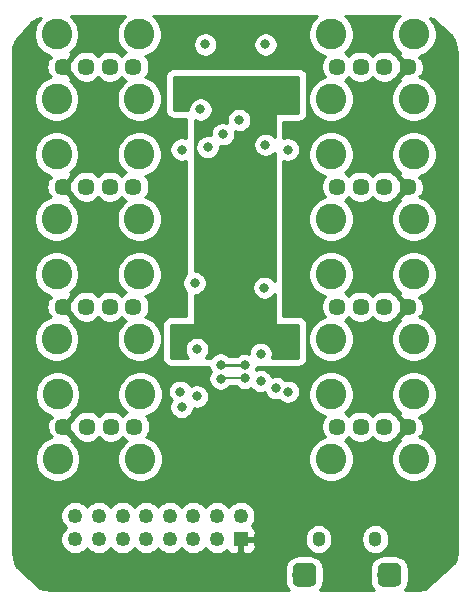
<source format=gbr>
G04 #@! TF.GenerationSoftware,KiCad,Pcbnew,(5.1.0)-1*
G04 #@! TF.CreationDate,2020-02-18T23:46:36-06:00*
G04 #@! TF.ProjectId,USBMuxV1,5553424d-7578-4563-912e-6b696361645f,rev?*
G04 #@! TF.SameCoordinates,Original*
G04 #@! TF.FileFunction,Copper,L2,Inr*
G04 #@! TF.FilePolarity,Positive*
%FSLAX46Y46*%
G04 Gerber Fmt 4.6, Leading zero omitted, Abs format (unit mm)*
G04 Created by KiCad (PCBNEW (5.1.0)-1) date 2020-02-18 23:46:36*
%MOMM*%
%LPD*%
G04 APERTURE LIST*
%ADD10C,0.100000*%
%ADD11C,2.000000*%
%ADD12O,1.100000X1.300000*%
%ADD13R,1.250000X1.250000*%
%ADD14C,1.250000*%
%ADD15C,1.450000*%
%ADD16C,2.600000*%
%ADD17C,0.800000*%
%ADD18C,0.250000*%
%ADD19C,0.150000*%
%ADD20C,0.254000*%
G04 APERTURE END LIST*
D10*
G36*
X135949009Y-136002408D02*
G01*
X135997545Y-136009607D01*
X136045142Y-136021530D01*
X136091342Y-136038060D01*
X136135698Y-136059039D01*
X136177785Y-136084265D01*
X136217197Y-136113495D01*
X136253553Y-136146447D01*
X136286505Y-136182803D01*
X136315735Y-136222215D01*
X136340961Y-136264302D01*
X136361940Y-136308658D01*
X136378470Y-136354858D01*
X136390393Y-136402455D01*
X136397592Y-136450991D01*
X136400000Y-136500000D01*
X136400000Y-137500000D01*
X136397592Y-137549009D01*
X136390393Y-137597545D01*
X136378470Y-137645142D01*
X136361940Y-137691342D01*
X136340961Y-137735698D01*
X136315735Y-137777785D01*
X136286505Y-137817197D01*
X136253553Y-137853553D01*
X136217197Y-137886505D01*
X136177785Y-137915735D01*
X136135698Y-137940961D01*
X136091342Y-137961940D01*
X136045142Y-137978470D01*
X135997545Y-137990393D01*
X135949009Y-137997592D01*
X135900000Y-138000000D01*
X134900000Y-138000000D01*
X134850991Y-137997592D01*
X134802455Y-137990393D01*
X134754858Y-137978470D01*
X134708658Y-137961940D01*
X134664302Y-137940961D01*
X134622215Y-137915735D01*
X134582803Y-137886505D01*
X134546447Y-137853553D01*
X134513495Y-137817197D01*
X134484265Y-137777785D01*
X134459039Y-137735698D01*
X134438060Y-137691342D01*
X134421530Y-137645142D01*
X134409607Y-137597545D01*
X134402408Y-137549009D01*
X134400000Y-137500000D01*
X134400000Y-136500000D01*
X134402408Y-136450991D01*
X134409607Y-136402455D01*
X134421530Y-136354858D01*
X134438060Y-136308658D01*
X134459039Y-136264302D01*
X134484265Y-136222215D01*
X134513495Y-136182803D01*
X134546447Y-136146447D01*
X134582803Y-136113495D01*
X134622215Y-136084265D01*
X134664302Y-136059039D01*
X134708658Y-136038060D01*
X134754858Y-136021530D01*
X134802455Y-136009607D01*
X134850991Y-136002408D01*
X134900000Y-136000000D01*
X135900000Y-136000000D01*
X135949009Y-136002408D01*
X135949009Y-136002408D01*
G37*
D11*
X135400000Y-137000000D03*
D10*
G36*
X143149009Y-136002408D02*
G01*
X143197545Y-136009607D01*
X143245142Y-136021530D01*
X143291342Y-136038060D01*
X143335698Y-136059039D01*
X143377785Y-136084265D01*
X143417197Y-136113495D01*
X143453553Y-136146447D01*
X143486505Y-136182803D01*
X143515735Y-136222215D01*
X143540961Y-136264302D01*
X143561940Y-136308658D01*
X143578470Y-136354858D01*
X143590393Y-136402455D01*
X143597592Y-136450991D01*
X143600000Y-136500000D01*
X143600000Y-137500000D01*
X143597592Y-137549009D01*
X143590393Y-137597545D01*
X143578470Y-137645142D01*
X143561940Y-137691342D01*
X143540961Y-137735698D01*
X143515735Y-137777785D01*
X143486505Y-137817197D01*
X143453553Y-137853553D01*
X143417197Y-137886505D01*
X143377785Y-137915735D01*
X143335698Y-137940961D01*
X143291342Y-137961940D01*
X143245142Y-137978470D01*
X143197545Y-137990393D01*
X143149009Y-137997592D01*
X143100000Y-138000000D01*
X142100000Y-138000000D01*
X142050991Y-137997592D01*
X142002455Y-137990393D01*
X141954858Y-137978470D01*
X141908658Y-137961940D01*
X141864302Y-137940961D01*
X141822215Y-137915735D01*
X141782803Y-137886505D01*
X141746447Y-137853553D01*
X141713495Y-137817197D01*
X141684265Y-137777785D01*
X141659039Y-137735698D01*
X141638060Y-137691342D01*
X141621530Y-137645142D01*
X141609607Y-137597545D01*
X141602408Y-137549009D01*
X141600000Y-137500000D01*
X141600000Y-136500000D01*
X141602408Y-136450991D01*
X141609607Y-136402455D01*
X141621530Y-136354858D01*
X141638060Y-136308658D01*
X141659039Y-136264302D01*
X141684265Y-136222215D01*
X141713495Y-136182803D01*
X141746447Y-136146447D01*
X141782803Y-136113495D01*
X141822215Y-136084265D01*
X141864302Y-136059039D01*
X141908658Y-136038060D01*
X141954858Y-136021530D01*
X142002455Y-136009607D01*
X142050991Y-136002408D01*
X142100000Y-136000000D01*
X143100000Y-136000000D01*
X143149009Y-136002408D01*
X143149009Y-136002408D01*
G37*
D11*
X142600000Y-137000000D03*
D12*
X136600000Y-134000000D03*
X141400000Y-134000000D03*
D13*
X130000000Y-134000000D03*
D14*
X128000000Y-134000000D03*
X126000000Y-134000000D03*
X124000000Y-134000000D03*
X122000000Y-134000000D03*
X120000000Y-134000000D03*
X118000000Y-134000000D03*
X116000000Y-134000000D03*
X116000000Y-132000000D03*
X118000000Y-132000000D03*
X120000000Y-132000000D03*
X122000000Y-132000000D03*
X124000000Y-132000000D03*
X126000000Y-132000000D03*
X128000000Y-132000000D03*
X130000000Y-132000000D03*
D15*
X120920000Y-93980000D03*
X118920000Y-93980000D03*
X116920000Y-93980000D03*
X114920000Y-93980000D03*
D16*
X114420000Y-96730000D03*
X121420000Y-96730000D03*
X121420000Y-91230000D03*
X114420000Y-91230000D03*
D15*
X120920000Y-104140000D03*
X118920000Y-104140000D03*
X116920000Y-104140000D03*
X114920000Y-104140000D03*
D16*
X114420000Y-106890000D03*
X121420000Y-106890000D03*
X121420000Y-101390000D03*
X114420000Y-101390000D03*
D15*
X120920000Y-114300000D03*
X118920000Y-114300000D03*
X116920000Y-114300000D03*
X114920000Y-114300000D03*
D16*
X114420000Y-117050000D03*
X121420000Y-117050000D03*
X121420000Y-111550000D03*
X114420000Y-111550000D03*
D15*
X121000000Y-124460000D03*
X119000000Y-124460000D03*
X117000000Y-124460000D03*
X115000000Y-124460000D03*
D16*
X114500000Y-127210000D03*
X121500000Y-127210000D03*
X121500000Y-121710000D03*
X114500000Y-121710000D03*
D15*
X138160000Y-93980000D03*
X140160000Y-93980000D03*
X142160000Y-93980000D03*
X144160000Y-93980000D03*
D16*
X144660000Y-91230000D03*
X137660000Y-91230000D03*
X137660000Y-96730000D03*
X144660000Y-96730000D03*
D15*
X138160000Y-104140000D03*
X140160000Y-104140000D03*
X142160000Y-104140000D03*
X144160000Y-104140000D03*
D16*
X144660000Y-101390000D03*
X137660000Y-101390000D03*
X137660000Y-106890000D03*
X144660000Y-106890000D03*
D15*
X138160000Y-114300000D03*
X140160000Y-114300000D03*
X142160000Y-114300000D03*
X144160000Y-114300000D03*
D16*
X144660000Y-111550000D03*
X137660000Y-111550000D03*
X137660000Y-117050000D03*
X144660000Y-117050000D03*
D15*
X138160000Y-124460000D03*
X140160000Y-124460000D03*
X142160000Y-124460000D03*
X144160000Y-124460000D03*
D16*
X144660000Y-121710000D03*
X137660000Y-121710000D03*
X137660000Y-127210000D03*
X144660000Y-127210000D03*
D17*
X125000000Y-101000000D03*
X124874990Y-121500000D03*
X134000000Y-101000000D03*
X134000000Y-121500000D03*
X134000000Y-117500000D03*
X134000000Y-97000000D03*
X125000000Y-117500000D03*
X130250000Y-108000000D03*
X125000000Y-97000000D03*
X134250000Y-105000000D03*
X134250000Y-109500000D03*
X130350000Y-119250000D03*
X129875010Y-98500009D03*
X128300000Y-119199999D03*
X130336501Y-120336501D03*
X128300000Y-120399994D03*
X128500000Y-99700000D03*
X131700000Y-120600000D03*
X131700000Y-118300000D03*
X126600000Y-97600000D03*
X126300000Y-121900000D03*
X126300000Y-117900000D03*
X125000000Y-122800000D03*
X126100000Y-112300000D03*
X127200000Y-100800000D03*
X127000000Y-92100000D03*
X133000000Y-121200000D03*
X131999998Y-112700000D03*
X132100000Y-100600000D03*
X132100000Y-92099996D03*
D18*
X130300000Y-119300000D02*
X130199999Y-119199999D01*
X128865685Y-119199999D02*
X128300000Y-119199999D01*
X130199999Y-119199999D02*
X128865685Y-119199999D01*
D19*
X128363493Y-120336501D02*
X128300000Y-120399994D01*
X130336501Y-120336501D02*
X128363493Y-120336501D01*
D20*
G36*
X134873000Y-97873000D02*
G01*
X133000000Y-97873000D01*
X132975224Y-97875440D01*
X132951399Y-97882667D01*
X132929443Y-97894403D01*
X132910197Y-97910197D01*
X132894403Y-97929443D01*
X132882667Y-97951399D01*
X132875440Y-97975224D01*
X132873000Y-98000000D01*
X132873000Y-99920603D01*
X132754674Y-99802277D01*
X132586467Y-99689885D01*
X132399565Y-99612467D01*
X132201151Y-99573000D01*
X131998849Y-99573000D01*
X131800435Y-99612467D01*
X131613533Y-99689885D01*
X131445326Y-99802277D01*
X131302277Y-99945326D01*
X131189885Y-100113533D01*
X131112467Y-100300435D01*
X131073000Y-100498849D01*
X131073000Y-100701151D01*
X131112467Y-100899565D01*
X131189885Y-101086467D01*
X131302277Y-101254674D01*
X131445326Y-101397723D01*
X131613533Y-101510115D01*
X131800435Y-101587533D01*
X131998849Y-101627000D01*
X132201151Y-101627000D01*
X132399565Y-101587533D01*
X132586467Y-101510115D01*
X132754674Y-101397723D01*
X132873000Y-101279397D01*
X132873000Y-112157989D01*
X132797721Y-112045326D01*
X132654672Y-111902277D01*
X132486465Y-111789885D01*
X132299563Y-111712467D01*
X132101149Y-111673000D01*
X131898847Y-111673000D01*
X131700433Y-111712467D01*
X131513531Y-111789885D01*
X131345324Y-111902277D01*
X131202275Y-112045326D01*
X131089883Y-112213533D01*
X131012465Y-112400435D01*
X130972998Y-112598849D01*
X130972998Y-112801151D01*
X131012465Y-112999565D01*
X131089883Y-113186467D01*
X131202275Y-113354674D01*
X131345324Y-113497723D01*
X131513531Y-113610115D01*
X131700433Y-113687533D01*
X131898847Y-113727000D01*
X132101149Y-113727000D01*
X132299563Y-113687533D01*
X132486465Y-113610115D01*
X132654672Y-113497723D01*
X132797721Y-113354674D01*
X132873000Y-113242011D01*
X132873000Y-115750000D01*
X132875440Y-115774776D01*
X132882667Y-115798601D01*
X132894403Y-115820557D01*
X132910197Y-115839803D01*
X132929443Y-115855597D01*
X132951399Y-115867333D01*
X132975224Y-115874560D01*
X133000000Y-115877000D01*
X134873000Y-115877000D01*
X134873000Y-118623000D01*
X132677826Y-118623000D01*
X132687533Y-118599565D01*
X132727000Y-118401151D01*
X132727000Y-118198849D01*
X132687533Y-118000435D01*
X132610115Y-117813533D01*
X132497723Y-117645326D01*
X132354674Y-117502277D01*
X132186467Y-117389885D01*
X131999565Y-117312467D01*
X131801151Y-117273000D01*
X131598849Y-117273000D01*
X131400435Y-117312467D01*
X131213533Y-117389885D01*
X131045326Y-117502277D01*
X130902277Y-117645326D01*
X130789885Y-117813533D01*
X130712467Y-118000435D01*
X130673000Y-118198849D01*
X130673000Y-118272174D01*
X130649565Y-118262467D01*
X130451151Y-118223000D01*
X130248849Y-118223000D01*
X130050435Y-118262467D01*
X129863533Y-118339885D01*
X129701728Y-118447999D01*
X129000397Y-118447999D01*
X128954674Y-118402276D01*
X128786467Y-118289884D01*
X128599565Y-118212466D01*
X128401151Y-118172999D01*
X128198849Y-118172999D01*
X128000435Y-118212466D01*
X127813533Y-118289884D01*
X127645326Y-118402276D01*
X127502277Y-118545325D01*
X127450376Y-118623000D01*
X127029397Y-118623000D01*
X127097723Y-118554674D01*
X127210115Y-118386467D01*
X127287533Y-118199565D01*
X127327000Y-118001151D01*
X127327000Y-117798849D01*
X127287533Y-117600435D01*
X127210115Y-117413533D01*
X127097723Y-117245326D01*
X126954674Y-117102277D01*
X126786467Y-116989885D01*
X126599565Y-116912467D01*
X126401151Y-116873000D01*
X126198849Y-116873000D01*
X126000435Y-116912467D01*
X125813533Y-116989885D01*
X125645326Y-117102277D01*
X125502277Y-117245326D01*
X125389885Y-117413533D01*
X125312467Y-117600435D01*
X125273000Y-117798849D01*
X125273000Y-118001151D01*
X125312467Y-118199565D01*
X125389885Y-118386467D01*
X125502277Y-118554674D01*
X125570603Y-118623000D01*
X124127000Y-118623000D01*
X124127000Y-115877000D01*
X126000000Y-115877000D01*
X126024776Y-115874560D01*
X126048601Y-115867333D01*
X126070557Y-115855597D01*
X126089803Y-115839803D01*
X126105597Y-115820557D01*
X126117333Y-115798601D01*
X126124560Y-115774776D01*
X126127000Y-115750000D01*
X126127000Y-113327000D01*
X126201151Y-113327000D01*
X126399565Y-113287533D01*
X126586467Y-113210115D01*
X126754674Y-113097723D01*
X126897723Y-112954674D01*
X127010115Y-112786467D01*
X127087533Y-112599565D01*
X127127000Y-112401151D01*
X127127000Y-112198849D01*
X127087533Y-112000435D01*
X127010115Y-111813533D01*
X126897723Y-111645326D01*
X126754674Y-111502277D01*
X126586467Y-111389885D01*
X126399565Y-111312467D01*
X126201151Y-111273000D01*
X126127000Y-111273000D01*
X126127000Y-100698849D01*
X126173000Y-100698849D01*
X126173000Y-100901151D01*
X126212467Y-101099565D01*
X126289885Y-101286467D01*
X126402277Y-101454674D01*
X126545326Y-101597723D01*
X126713533Y-101710115D01*
X126900435Y-101787533D01*
X127098849Y-101827000D01*
X127301151Y-101827000D01*
X127499565Y-101787533D01*
X127686467Y-101710115D01*
X127854674Y-101597723D01*
X127997723Y-101454674D01*
X128110115Y-101286467D01*
X128187533Y-101099565D01*
X128227000Y-100901151D01*
X128227000Y-100698849D01*
X128225751Y-100692569D01*
X128398849Y-100727000D01*
X128601151Y-100727000D01*
X128799565Y-100687533D01*
X128986467Y-100610115D01*
X129154674Y-100497723D01*
X129297723Y-100354674D01*
X129410115Y-100186467D01*
X129487533Y-99999565D01*
X129527000Y-99801151D01*
X129527000Y-99598849D01*
X129498522Y-99455679D01*
X129575445Y-99487542D01*
X129773859Y-99527009D01*
X129976161Y-99527009D01*
X130174575Y-99487542D01*
X130361477Y-99410124D01*
X130529684Y-99297732D01*
X130672733Y-99154683D01*
X130785125Y-98986476D01*
X130862543Y-98799574D01*
X130902010Y-98601160D01*
X130902010Y-98398858D01*
X130862543Y-98200444D01*
X130785125Y-98013542D01*
X130672733Y-97845335D01*
X130529684Y-97702286D01*
X130361477Y-97589894D01*
X130174575Y-97512476D01*
X129976161Y-97473009D01*
X129773859Y-97473009D01*
X129575445Y-97512476D01*
X129388543Y-97589894D01*
X129220336Y-97702286D01*
X129077287Y-97845335D01*
X128964895Y-98013542D01*
X128887477Y-98200444D01*
X128848010Y-98398858D01*
X128848010Y-98601160D01*
X128876488Y-98744330D01*
X128799565Y-98712467D01*
X128601151Y-98673000D01*
X128398849Y-98673000D01*
X128200435Y-98712467D01*
X128013533Y-98789885D01*
X127845326Y-98902277D01*
X127702277Y-99045326D01*
X127589885Y-99213533D01*
X127512467Y-99400435D01*
X127473000Y-99598849D01*
X127473000Y-99801151D01*
X127474249Y-99807431D01*
X127301151Y-99773000D01*
X127098849Y-99773000D01*
X126900435Y-99812467D01*
X126713533Y-99889885D01*
X126545326Y-100002277D01*
X126402277Y-100145326D01*
X126289885Y-100313533D01*
X126212467Y-100500435D01*
X126173000Y-100698849D01*
X126127000Y-100698849D01*
X126127000Y-98515693D01*
X126300435Y-98587533D01*
X126498849Y-98627000D01*
X126701151Y-98627000D01*
X126899565Y-98587533D01*
X127086467Y-98510115D01*
X127254674Y-98397723D01*
X127397723Y-98254674D01*
X127510115Y-98086467D01*
X127587533Y-97899565D01*
X127627000Y-97701151D01*
X127627000Y-97498849D01*
X127587533Y-97300435D01*
X127510115Y-97113533D01*
X127397723Y-96945326D01*
X127254674Y-96802277D01*
X127086467Y-96689885D01*
X126899565Y-96612467D01*
X126701151Y-96573000D01*
X126498849Y-96573000D01*
X126300435Y-96612467D01*
X126113533Y-96689885D01*
X125945326Y-96802277D01*
X125802277Y-96945326D01*
X125689885Y-97113533D01*
X125612467Y-97300435D01*
X125573000Y-97498849D01*
X125573000Y-97623000D01*
X124377000Y-97623000D01*
X124377000Y-94877000D01*
X134873000Y-94877000D01*
X134873000Y-97873000D01*
X134873000Y-97873000D01*
G37*
X134873000Y-97873000D02*
X133000000Y-97873000D01*
X132975224Y-97875440D01*
X132951399Y-97882667D01*
X132929443Y-97894403D01*
X132910197Y-97910197D01*
X132894403Y-97929443D01*
X132882667Y-97951399D01*
X132875440Y-97975224D01*
X132873000Y-98000000D01*
X132873000Y-99920603D01*
X132754674Y-99802277D01*
X132586467Y-99689885D01*
X132399565Y-99612467D01*
X132201151Y-99573000D01*
X131998849Y-99573000D01*
X131800435Y-99612467D01*
X131613533Y-99689885D01*
X131445326Y-99802277D01*
X131302277Y-99945326D01*
X131189885Y-100113533D01*
X131112467Y-100300435D01*
X131073000Y-100498849D01*
X131073000Y-100701151D01*
X131112467Y-100899565D01*
X131189885Y-101086467D01*
X131302277Y-101254674D01*
X131445326Y-101397723D01*
X131613533Y-101510115D01*
X131800435Y-101587533D01*
X131998849Y-101627000D01*
X132201151Y-101627000D01*
X132399565Y-101587533D01*
X132586467Y-101510115D01*
X132754674Y-101397723D01*
X132873000Y-101279397D01*
X132873000Y-112157989D01*
X132797721Y-112045326D01*
X132654672Y-111902277D01*
X132486465Y-111789885D01*
X132299563Y-111712467D01*
X132101149Y-111673000D01*
X131898847Y-111673000D01*
X131700433Y-111712467D01*
X131513531Y-111789885D01*
X131345324Y-111902277D01*
X131202275Y-112045326D01*
X131089883Y-112213533D01*
X131012465Y-112400435D01*
X130972998Y-112598849D01*
X130972998Y-112801151D01*
X131012465Y-112999565D01*
X131089883Y-113186467D01*
X131202275Y-113354674D01*
X131345324Y-113497723D01*
X131513531Y-113610115D01*
X131700433Y-113687533D01*
X131898847Y-113727000D01*
X132101149Y-113727000D01*
X132299563Y-113687533D01*
X132486465Y-113610115D01*
X132654672Y-113497723D01*
X132797721Y-113354674D01*
X132873000Y-113242011D01*
X132873000Y-115750000D01*
X132875440Y-115774776D01*
X132882667Y-115798601D01*
X132894403Y-115820557D01*
X132910197Y-115839803D01*
X132929443Y-115855597D01*
X132951399Y-115867333D01*
X132975224Y-115874560D01*
X133000000Y-115877000D01*
X134873000Y-115877000D01*
X134873000Y-118623000D01*
X132677826Y-118623000D01*
X132687533Y-118599565D01*
X132727000Y-118401151D01*
X132727000Y-118198849D01*
X132687533Y-118000435D01*
X132610115Y-117813533D01*
X132497723Y-117645326D01*
X132354674Y-117502277D01*
X132186467Y-117389885D01*
X131999565Y-117312467D01*
X131801151Y-117273000D01*
X131598849Y-117273000D01*
X131400435Y-117312467D01*
X131213533Y-117389885D01*
X131045326Y-117502277D01*
X130902277Y-117645326D01*
X130789885Y-117813533D01*
X130712467Y-118000435D01*
X130673000Y-118198849D01*
X130673000Y-118272174D01*
X130649565Y-118262467D01*
X130451151Y-118223000D01*
X130248849Y-118223000D01*
X130050435Y-118262467D01*
X129863533Y-118339885D01*
X129701728Y-118447999D01*
X129000397Y-118447999D01*
X128954674Y-118402276D01*
X128786467Y-118289884D01*
X128599565Y-118212466D01*
X128401151Y-118172999D01*
X128198849Y-118172999D01*
X128000435Y-118212466D01*
X127813533Y-118289884D01*
X127645326Y-118402276D01*
X127502277Y-118545325D01*
X127450376Y-118623000D01*
X127029397Y-118623000D01*
X127097723Y-118554674D01*
X127210115Y-118386467D01*
X127287533Y-118199565D01*
X127327000Y-118001151D01*
X127327000Y-117798849D01*
X127287533Y-117600435D01*
X127210115Y-117413533D01*
X127097723Y-117245326D01*
X126954674Y-117102277D01*
X126786467Y-116989885D01*
X126599565Y-116912467D01*
X126401151Y-116873000D01*
X126198849Y-116873000D01*
X126000435Y-116912467D01*
X125813533Y-116989885D01*
X125645326Y-117102277D01*
X125502277Y-117245326D01*
X125389885Y-117413533D01*
X125312467Y-117600435D01*
X125273000Y-117798849D01*
X125273000Y-118001151D01*
X125312467Y-118199565D01*
X125389885Y-118386467D01*
X125502277Y-118554674D01*
X125570603Y-118623000D01*
X124127000Y-118623000D01*
X124127000Y-115877000D01*
X126000000Y-115877000D01*
X126024776Y-115874560D01*
X126048601Y-115867333D01*
X126070557Y-115855597D01*
X126089803Y-115839803D01*
X126105597Y-115820557D01*
X126117333Y-115798601D01*
X126124560Y-115774776D01*
X126127000Y-115750000D01*
X126127000Y-113327000D01*
X126201151Y-113327000D01*
X126399565Y-113287533D01*
X126586467Y-113210115D01*
X126754674Y-113097723D01*
X126897723Y-112954674D01*
X127010115Y-112786467D01*
X127087533Y-112599565D01*
X127127000Y-112401151D01*
X127127000Y-112198849D01*
X127087533Y-112000435D01*
X127010115Y-111813533D01*
X126897723Y-111645326D01*
X126754674Y-111502277D01*
X126586467Y-111389885D01*
X126399565Y-111312467D01*
X126201151Y-111273000D01*
X126127000Y-111273000D01*
X126127000Y-100698849D01*
X126173000Y-100698849D01*
X126173000Y-100901151D01*
X126212467Y-101099565D01*
X126289885Y-101286467D01*
X126402277Y-101454674D01*
X126545326Y-101597723D01*
X126713533Y-101710115D01*
X126900435Y-101787533D01*
X127098849Y-101827000D01*
X127301151Y-101827000D01*
X127499565Y-101787533D01*
X127686467Y-101710115D01*
X127854674Y-101597723D01*
X127997723Y-101454674D01*
X128110115Y-101286467D01*
X128187533Y-101099565D01*
X128227000Y-100901151D01*
X128227000Y-100698849D01*
X128225751Y-100692569D01*
X128398849Y-100727000D01*
X128601151Y-100727000D01*
X128799565Y-100687533D01*
X128986467Y-100610115D01*
X129154674Y-100497723D01*
X129297723Y-100354674D01*
X129410115Y-100186467D01*
X129487533Y-99999565D01*
X129527000Y-99801151D01*
X129527000Y-99598849D01*
X129498522Y-99455679D01*
X129575445Y-99487542D01*
X129773859Y-99527009D01*
X129976161Y-99527009D01*
X130174575Y-99487542D01*
X130361477Y-99410124D01*
X130529684Y-99297732D01*
X130672733Y-99154683D01*
X130785125Y-98986476D01*
X130862543Y-98799574D01*
X130902010Y-98601160D01*
X130902010Y-98398858D01*
X130862543Y-98200444D01*
X130785125Y-98013542D01*
X130672733Y-97845335D01*
X130529684Y-97702286D01*
X130361477Y-97589894D01*
X130174575Y-97512476D01*
X129976161Y-97473009D01*
X129773859Y-97473009D01*
X129575445Y-97512476D01*
X129388543Y-97589894D01*
X129220336Y-97702286D01*
X129077287Y-97845335D01*
X128964895Y-98013542D01*
X128887477Y-98200444D01*
X128848010Y-98398858D01*
X128848010Y-98601160D01*
X128876488Y-98744330D01*
X128799565Y-98712467D01*
X128601151Y-98673000D01*
X128398849Y-98673000D01*
X128200435Y-98712467D01*
X128013533Y-98789885D01*
X127845326Y-98902277D01*
X127702277Y-99045326D01*
X127589885Y-99213533D01*
X127512467Y-99400435D01*
X127473000Y-99598849D01*
X127473000Y-99801151D01*
X127474249Y-99807431D01*
X127301151Y-99773000D01*
X127098849Y-99773000D01*
X126900435Y-99812467D01*
X126713533Y-99889885D01*
X126545326Y-100002277D01*
X126402277Y-100145326D01*
X126289885Y-100313533D01*
X126212467Y-100500435D01*
X126173000Y-100698849D01*
X126127000Y-100698849D01*
X126127000Y-98515693D01*
X126300435Y-98587533D01*
X126498849Y-98627000D01*
X126701151Y-98627000D01*
X126899565Y-98587533D01*
X127086467Y-98510115D01*
X127254674Y-98397723D01*
X127397723Y-98254674D01*
X127510115Y-98086467D01*
X127587533Y-97899565D01*
X127627000Y-97701151D01*
X127627000Y-97498849D01*
X127587533Y-97300435D01*
X127510115Y-97113533D01*
X127397723Y-96945326D01*
X127254674Y-96802277D01*
X127086467Y-96689885D01*
X126899565Y-96612467D01*
X126701151Y-96573000D01*
X126498849Y-96573000D01*
X126300435Y-96612467D01*
X126113533Y-96689885D01*
X125945326Y-96802277D01*
X125802277Y-96945326D01*
X125689885Y-97113533D01*
X125612467Y-97300435D01*
X125573000Y-97498849D01*
X125573000Y-97623000D01*
X124377000Y-97623000D01*
X124377000Y-94877000D01*
X134873000Y-94877000D01*
X134873000Y-97873000D01*
G36*
X120191609Y-89733201D02*
G01*
X119923201Y-90001609D01*
X119712315Y-90317223D01*
X119567053Y-90667915D01*
X119493000Y-91040207D01*
X119493000Y-91419793D01*
X119567053Y-91792085D01*
X119712315Y-92142777D01*
X119923201Y-92458391D01*
X120191609Y-92726799D01*
X120276811Y-92783729D01*
X120058150Y-92929833D01*
X119920000Y-93067983D01*
X119781850Y-92929833D01*
X119560412Y-92781873D01*
X119314364Y-92679956D01*
X119053160Y-92628000D01*
X118786840Y-92628000D01*
X118525636Y-92679956D01*
X118279588Y-92781873D01*
X118058150Y-92929833D01*
X117920000Y-93067983D01*
X117781850Y-92929833D01*
X117560412Y-92781873D01*
X117314364Y-92679956D01*
X117053160Y-92628000D01*
X116786840Y-92628000D01*
X116525636Y-92679956D01*
X116279588Y-92781873D01*
X116058150Y-92929833D01*
X115869833Y-93118150D01*
X115721873Y-93339588D01*
X115709043Y-93370562D01*
X115099605Y-93980000D01*
X115709043Y-94589438D01*
X115721873Y-94620412D01*
X115869833Y-94841850D01*
X116058150Y-95030167D01*
X116279588Y-95178127D01*
X116525636Y-95280044D01*
X116786840Y-95332000D01*
X117053160Y-95332000D01*
X117314364Y-95280044D01*
X117560412Y-95178127D01*
X117781850Y-95030167D01*
X117920000Y-94892017D01*
X118058150Y-95030167D01*
X118279588Y-95178127D01*
X118525636Y-95280044D01*
X118786840Y-95332000D01*
X119053160Y-95332000D01*
X119314364Y-95280044D01*
X119560412Y-95178127D01*
X119781850Y-95030167D01*
X119920000Y-94892017D01*
X120058150Y-95030167D01*
X120276811Y-95176271D01*
X120191609Y-95233201D01*
X119923201Y-95501609D01*
X119712315Y-95817223D01*
X119567053Y-96167915D01*
X119493000Y-96540207D01*
X119493000Y-96919793D01*
X119567053Y-97292085D01*
X119712315Y-97642777D01*
X119923201Y-97958391D01*
X120191609Y-98226799D01*
X120507223Y-98437685D01*
X120857915Y-98582947D01*
X121230207Y-98657000D01*
X121609793Y-98657000D01*
X121982085Y-98582947D01*
X122332777Y-98437685D01*
X122648391Y-98226799D01*
X122916799Y-97958391D01*
X123127685Y-97642777D01*
X123272947Y-97292085D01*
X123347000Y-96919793D01*
X123347000Y-96540207D01*
X123272947Y-96167915D01*
X123127685Y-95817223D01*
X122916799Y-95501609D01*
X122648391Y-95233201D01*
X122332777Y-95022315D01*
X121982085Y-94877053D01*
X121942782Y-94869235D01*
X121970167Y-94841850D01*
X122118127Y-94620412D01*
X122220044Y-94374364D01*
X122272000Y-94113160D01*
X122272000Y-93846840D01*
X122220044Y-93585636D01*
X122118127Y-93339588D01*
X121970167Y-93118150D01*
X121942782Y-93090765D01*
X121982085Y-93082947D01*
X122332777Y-92937685D01*
X122648391Y-92726799D01*
X122916799Y-92458391D01*
X123127685Y-92142777D01*
X123187302Y-91998849D01*
X125973000Y-91998849D01*
X125973000Y-92201151D01*
X126012467Y-92399565D01*
X126089885Y-92586467D01*
X126202277Y-92754674D01*
X126345326Y-92897723D01*
X126513533Y-93010115D01*
X126700435Y-93087533D01*
X126898849Y-93127000D01*
X127101151Y-93127000D01*
X127299565Y-93087533D01*
X127486467Y-93010115D01*
X127654674Y-92897723D01*
X127797723Y-92754674D01*
X127910115Y-92586467D01*
X127987533Y-92399565D01*
X128027000Y-92201151D01*
X128027000Y-91998849D01*
X128027000Y-91998845D01*
X131073000Y-91998845D01*
X131073000Y-92201147D01*
X131112467Y-92399561D01*
X131189885Y-92586463D01*
X131302277Y-92754670D01*
X131445326Y-92897719D01*
X131613533Y-93010111D01*
X131800435Y-93087529D01*
X131998849Y-93126996D01*
X132201151Y-93126996D01*
X132399565Y-93087529D01*
X132586467Y-93010111D01*
X132754674Y-92897719D01*
X132897723Y-92754670D01*
X133010115Y-92586463D01*
X133087533Y-92399561D01*
X133127000Y-92201147D01*
X133127000Y-91998845D01*
X133087533Y-91800431D01*
X133010115Y-91613529D01*
X132897723Y-91445322D01*
X132754674Y-91302273D01*
X132586467Y-91189881D01*
X132399565Y-91112463D01*
X132201151Y-91072996D01*
X131998849Y-91072996D01*
X131800435Y-91112463D01*
X131613533Y-91189881D01*
X131445326Y-91302273D01*
X131302277Y-91445322D01*
X131189885Y-91613529D01*
X131112467Y-91800431D01*
X131073000Y-91998845D01*
X128027000Y-91998845D01*
X127987533Y-91800435D01*
X127910115Y-91613533D01*
X127797723Y-91445326D01*
X127654674Y-91302277D01*
X127486467Y-91189885D01*
X127299565Y-91112467D01*
X127101151Y-91073000D01*
X126898849Y-91073000D01*
X126700435Y-91112467D01*
X126513533Y-91189885D01*
X126345326Y-91302277D01*
X126202277Y-91445326D01*
X126089885Y-91613533D01*
X126012467Y-91800435D01*
X125973000Y-91998849D01*
X123187302Y-91998849D01*
X123272947Y-91792085D01*
X123347000Y-91419793D01*
X123347000Y-91040207D01*
X123272947Y-90667915D01*
X123127685Y-90317223D01*
X122916799Y-90001609D01*
X122648391Y-89733201D01*
X122601695Y-89702000D01*
X136478305Y-89702000D01*
X136431609Y-89733201D01*
X136163201Y-90001609D01*
X135952315Y-90317223D01*
X135807053Y-90667915D01*
X135733000Y-91040207D01*
X135733000Y-91419793D01*
X135807053Y-91792085D01*
X135952315Y-92142777D01*
X136163201Y-92458391D01*
X136431609Y-92726799D01*
X136747223Y-92937685D01*
X137097915Y-93082947D01*
X137137218Y-93090765D01*
X137109833Y-93118150D01*
X136961873Y-93339588D01*
X136859956Y-93585636D01*
X136808000Y-93846840D01*
X136808000Y-94113160D01*
X136859956Y-94374364D01*
X136961873Y-94620412D01*
X137109833Y-94841850D01*
X137137218Y-94869235D01*
X137097915Y-94877053D01*
X136747223Y-95022315D01*
X136431609Y-95233201D01*
X136163201Y-95501609D01*
X135952315Y-95817223D01*
X135807053Y-96167915D01*
X135733000Y-96540207D01*
X135733000Y-96919793D01*
X135807053Y-97292085D01*
X135952315Y-97642777D01*
X136163201Y-97958391D01*
X136431609Y-98226799D01*
X136747223Y-98437685D01*
X137097915Y-98582947D01*
X137470207Y-98657000D01*
X137849793Y-98657000D01*
X138222085Y-98582947D01*
X138572777Y-98437685D01*
X138888391Y-98226799D01*
X139156799Y-97958391D01*
X139367685Y-97642777D01*
X139512947Y-97292085D01*
X139587000Y-96919793D01*
X139587000Y-96540207D01*
X139512947Y-96167915D01*
X139367685Y-95817223D01*
X139156799Y-95501609D01*
X138888391Y-95233201D01*
X138803189Y-95176271D01*
X139021850Y-95030167D01*
X139160000Y-94892017D01*
X139298150Y-95030167D01*
X139519588Y-95178127D01*
X139765636Y-95280044D01*
X140026840Y-95332000D01*
X140293160Y-95332000D01*
X140554364Y-95280044D01*
X140800412Y-95178127D01*
X141021850Y-95030167D01*
X141160000Y-94892017D01*
X141298150Y-95030167D01*
X141519588Y-95178127D01*
X141765636Y-95280044D01*
X142026840Y-95332000D01*
X142293160Y-95332000D01*
X142554364Y-95280044D01*
X142800412Y-95178127D01*
X143021850Y-95030167D01*
X143210167Y-94841850D01*
X143358127Y-94620412D01*
X143370957Y-94589438D01*
X143980395Y-93980000D01*
X143370957Y-93370562D01*
X143358127Y-93339588D01*
X143210167Y-93118150D01*
X143021850Y-92929833D01*
X142800412Y-92781873D01*
X142554364Y-92679956D01*
X142293160Y-92628000D01*
X142026840Y-92628000D01*
X141765636Y-92679956D01*
X141519588Y-92781873D01*
X141298150Y-92929833D01*
X141160000Y-93067983D01*
X141021850Y-92929833D01*
X140800412Y-92781873D01*
X140554364Y-92679956D01*
X140293160Y-92628000D01*
X140026840Y-92628000D01*
X139765636Y-92679956D01*
X139519588Y-92781873D01*
X139298150Y-92929833D01*
X139160000Y-93067983D01*
X139021850Y-92929833D01*
X138803189Y-92783729D01*
X138888391Y-92726799D01*
X139156799Y-92458391D01*
X139367685Y-92142777D01*
X139512947Y-91792085D01*
X139587000Y-91419793D01*
X139587000Y-91040207D01*
X139512947Y-90667915D01*
X139367685Y-90317223D01*
X139156799Y-90001609D01*
X138888391Y-89733201D01*
X138841695Y-89702000D01*
X143478305Y-89702000D01*
X143431609Y-89733201D01*
X143163201Y-90001609D01*
X142952315Y-90317223D01*
X142807053Y-90667915D01*
X142733000Y-91040207D01*
X142733000Y-91419793D01*
X142807053Y-91792085D01*
X142952315Y-92142777D01*
X143163201Y-92458391D01*
X143431609Y-92726799D01*
X143510192Y-92779306D01*
X143462965Y-92804550D01*
X143400472Y-93040867D01*
X144160000Y-93800395D01*
X144174143Y-93786253D01*
X144353748Y-93965858D01*
X144339605Y-93980000D01*
X144353748Y-93994143D01*
X144174143Y-94173748D01*
X144160000Y-94159605D01*
X143400472Y-94919133D01*
X143462965Y-95155450D01*
X143512991Y-95178823D01*
X143431609Y-95233201D01*
X143163201Y-95501609D01*
X142952315Y-95817223D01*
X142807053Y-96167915D01*
X142733000Y-96540207D01*
X142733000Y-96919793D01*
X142807053Y-97292085D01*
X142952315Y-97642777D01*
X143163201Y-97958391D01*
X143431609Y-98226799D01*
X143747223Y-98437685D01*
X144097915Y-98582947D01*
X144470207Y-98657000D01*
X144849793Y-98657000D01*
X145222085Y-98582947D01*
X145572777Y-98437685D01*
X145888391Y-98226799D01*
X146156799Y-97958391D01*
X146367685Y-97642777D01*
X146512947Y-97292085D01*
X146587000Y-96919793D01*
X146587000Y-96540207D01*
X146512947Y-96167915D01*
X146367685Y-95817223D01*
X146156799Y-95501609D01*
X145888391Y-95233201D01*
X145572777Y-95022315D01*
X145222085Y-94877053D01*
X145199256Y-94872512D01*
X145215688Y-94856080D01*
X145099135Y-94739527D01*
X145335450Y-94677035D01*
X145448850Y-94434322D01*
X145512719Y-94174151D01*
X145524604Y-93906518D01*
X145484048Y-93641709D01*
X145392609Y-93389900D01*
X145335450Y-93282965D01*
X145099135Y-93220473D01*
X145215688Y-93103920D01*
X145199256Y-93087488D01*
X145222085Y-93082947D01*
X145572777Y-92937685D01*
X145888391Y-92726799D01*
X146156799Y-92458391D01*
X146367685Y-92142777D01*
X146512947Y-91792085D01*
X146587000Y-91419793D01*
X146587000Y-91040207D01*
X146512947Y-90667915D01*
X146367685Y-90317223D01*
X146156799Y-90001609D01*
X146045859Y-89890669D01*
X146255488Y-89953960D01*
X146399829Y-90030707D01*
X147806613Y-91296813D01*
X148037202Y-91723278D01*
X148227342Y-92337524D01*
X148298001Y-93009795D01*
X148298000Y-134965663D01*
X148231887Y-135639934D01*
X148154569Y-135896024D01*
X145624669Y-138231316D01*
X144990215Y-138298000D01*
X143899919Y-138298000D01*
X144039588Y-138127813D01*
X144144014Y-137932445D01*
X144208320Y-137720459D01*
X144230033Y-137500000D01*
X144230033Y-136500000D01*
X144208320Y-136279541D01*
X144144014Y-136067555D01*
X144039588Y-135872187D01*
X143899054Y-135700946D01*
X143727813Y-135560412D01*
X143532445Y-135455986D01*
X143320459Y-135391680D01*
X143100000Y-135369967D01*
X142100000Y-135369967D01*
X141879541Y-135391680D01*
X141667555Y-135455986D01*
X141472187Y-135560412D01*
X141300946Y-135700946D01*
X141160412Y-135872187D01*
X141055986Y-136067555D01*
X140991680Y-136279541D01*
X140969967Y-136500000D01*
X140969967Y-137500000D01*
X140991680Y-137720459D01*
X141055986Y-137932445D01*
X141160412Y-138127813D01*
X141300081Y-138298000D01*
X136699919Y-138298000D01*
X136839588Y-138127813D01*
X136944014Y-137932445D01*
X137008320Y-137720459D01*
X137030033Y-137500000D01*
X137030033Y-136500000D01*
X137008320Y-136279541D01*
X136944014Y-136067555D01*
X136839588Y-135872187D01*
X136699054Y-135700946D01*
X136527813Y-135560412D01*
X136332445Y-135455986D01*
X136120459Y-135391680D01*
X135900000Y-135369967D01*
X134900000Y-135369967D01*
X134679541Y-135391680D01*
X134467555Y-135455986D01*
X134272187Y-135560412D01*
X134100946Y-135700946D01*
X133960412Y-135872187D01*
X133855986Y-136067555D01*
X133791680Y-136279541D01*
X133769967Y-136500000D01*
X133769967Y-137500000D01*
X133791680Y-137720459D01*
X133855986Y-137932445D01*
X133960412Y-138127813D01*
X134100081Y-138298000D01*
X114034337Y-138298000D01*
X113360066Y-138231887D01*
X113006172Y-138125040D01*
X110952091Y-136242132D01*
X110772658Y-135662479D01*
X110702000Y-134990215D01*
X110702000Y-131876689D01*
X114748000Y-131876689D01*
X114748000Y-132123311D01*
X114796114Y-132365195D01*
X114890492Y-132593044D01*
X115027508Y-132798104D01*
X115201896Y-132972492D01*
X115243065Y-133000000D01*
X115201896Y-133027508D01*
X115027508Y-133201896D01*
X114890492Y-133406956D01*
X114796114Y-133634805D01*
X114748000Y-133876689D01*
X114748000Y-134123311D01*
X114796114Y-134365195D01*
X114890492Y-134593044D01*
X115027508Y-134798104D01*
X115201896Y-134972492D01*
X115406956Y-135109508D01*
X115634805Y-135203886D01*
X115876689Y-135252000D01*
X116123311Y-135252000D01*
X116365195Y-135203886D01*
X116593044Y-135109508D01*
X116798104Y-134972492D01*
X116972492Y-134798104D01*
X117000000Y-134756935D01*
X117027508Y-134798104D01*
X117201896Y-134972492D01*
X117406956Y-135109508D01*
X117634805Y-135203886D01*
X117876689Y-135252000D01*
X118123311Y-135252000D01*
X118365195Y-135203886D01*
X118593044Y-135109508D01*
X118798104Y-134972492D01*
X118972492Y-134798104D01*
X119000000Y-134756935D01*
X119027508Y-134798104D01*
X119201896Y-134972492D01*
X119406956Y-135109508D01*
X119634805Y-135203886D01*
X119876689Y-135252000D01*
X120123311Y-135252000D01*
X120365195Y-135203886D01*
X120593044Y-135109508D01*
X120798104Y-134972492D01*
X120972492Y-134798104D01*
X121000000Y-134756935D01*
X121027508Y-134798104D01*
X121201896Y-134972492D01*
X121406956Y-135109508D01*
X121634805Y-135203886D01*
X121876689Y-135252000D01*
X122123311Y-135252000D01*
X122365195Y-135203886D01*
X122593044Y-135109508D01*
X122798104Y-134972492D01*
X122972492Y-134798104D01*
X123000000Y-134756935D01*
X123027508Y-134798104D01*
X123201896Y-134972492D01*
X123406956Y-135109508D01*
X123634805Y-135203886D01*
X123876689Y-135252000D01*
X124123311Y-135252000D01*
X124365195Y-135203886D01*
X124593044Y-135109508D01*
X124798104Y-134972492D01*
X124972492Y-134798104D01*
X125000000Y-134756935D01*
X125027508Y-134798104D01*
X125201896Y-134972492D01*
X125406956Y-135109508D01*
X125634805Y-135203886D01*
X125876689Y-135252000D01*
X126123311Y-135252000D01*
X126365195Y-135203886D01*
X126593044Y-135109508D01*
X126798104Y-134972492D01*
X126972492Y-134798104D01*
X127000000Y-134756935D01*
X127027508Y-134798104D01*
X127201896Y-134972492D01*
X127406956Y-135109508D01*
X127634805Y-135203886D01*
X127876689Y-135252000D01*
X128123311Y-135252000D01*
X128365195Y-135203886D01*
X128593044Y-135109508D01*
X128798104Y-134972492D01*
X128825876Y-134944720D01*
X128844463Y-134979494D01*
X128923815Y-135076185D01*
X129020506Y-135155537D01*
X129130820Y-135214502D01*
X129250518Y-135250812D01*
X129375000Y-135263072D01*
X129714250Y-135260000D01*
X129873000Y-135101250D01*
X129873000Y-134127000D01*
X130127000Y-134127000D01*
X130127000Y-135101250D01*
X130285750Y-135260000D01*
X130625000Y-135263072D01*
X130749482Y-135250812D01*
X130869180Y-135214502D01*
X130979494Y-135155537D01*
X131076185Y-135076185D01*
X131155537Y-134979494D01*
X131214502Y-134869180D01*
X131250812Y-134749482D01*
X131263072Y-134625000D01*
X131260000Y-134285750D01*
X131101250Y-134127000D01*
X130127000Y-134127000D01*
X129873000Y-134127000D01*
X129853000Y-134127000D01*
X129853000Y-133873000D01*
X129873000Y-133873000D01*
X129873000Y-133853000D01*
X130127000Y-133853000D01*
X130127000Y-133873000D01*
X131101250Y-133873000D01*
X131132061Y-133842189D01*
X135423000Y-133842189D01*
X135423000Y-134157812D01*
X135440031Y-134330732D01*
X135507333Y-134552597D01*
X135616626Y-134757070D01*
X135763710Y-134936291D01*
X135942931Y-135083374D01*
X136147404Y-135192667D01*
X136369269Y-135259969D01*
X136600000Y-135282694D01*
X136830732Y-135259969D01*
X137052597Y-135192667D01*
X137257070Y-135083374D01*
X137436291Y-134936291D01*
X137583374Y-134757069D01*
X137692667Y-134552596D01*
X137759969Y-134330731D01*
X137777000Y-134157811D01*
X137777000Y-133842189D01*
X140223000Y-133842189D01*
X140223000Y-134157812D01*
X140240031Y-134330732D01*
X140307333Y-134552597D01*
X140416626Y-134757070D01*
X140563710Y-134936291D01*
X140742931Y-135083374D01*
X140947404Y-135192667D01*
X141169269Y-135259969D01*
X141400000Y-135282694D01*
X141630732Y-135259969D01*
X141852597Y-135192667D01*
X142057070Y-135083374D01*
X142236291Y-134936291D01*
X142383374Y-134757069D01*
X142492667Y-134552596D01*
X142559969Y-134330731D01*
X142577000Y-134157811D01*
X142577000Y-133842188D01*
X142559969Y-133669268D01*
X142492667Y-133447403D01*
X142383374Y-133242930D01*
X142236291Y-133063709D01*
X142057069Y-132916626D01*
X141852596Y-132807333D01*
X141630731Y-132740031D01*
X141400000Y-132717306D01*
X141169268Y-132740031D01*
X140947403Y-132807333D01*
X140742930Y-132916626D01*
X140563709Y-133063709D01*
X140416626Y-133242931D01*
X140307333Y-133447404D01*
X140240031Y-133669269D01*
X140223000Y-133842189D01*
X137777000Y-133842189D01*
X137777000Y-133842188D01*
X137759969Y-133669268D01*
X137692667Y-133447403D01*
X137583374Y-133242930D01*
X137436291Y-133063709D01*
X137257069Y-132916626D01*
X137052596Y-132807333D01*
X136830731Y-132740031D01*
X136600000Y-132717306D01*
X136369268Y-132740031D01*
X136147403Y-132807333D01*
X135942930Y-132916626D01*
X135763709Y-133063709D01*
X135616626Y-133242931D01*
X135507333Y-133447404D01*
X135440031Y-133669269D01*
X135423000Y-133842189D01*
X131132061Y-133842189D01*
X131260000Y-133714250D01*
X131263072Y-133375000D01*
X131250812Y-133250518D01*
X131214502Y-133130820D01*
X131155537Y-133020506D01*
X131076185Y-132923815D01*
X130979494Y-132844463D01*
X130944720Y-132825876D01*
X130972492Y-132798104D01*
X131109508Y-132593044D01*
X131203886Y-132365195D01*
X131252000Y-132123311D01*
X131252000Y-131876689D01*
X131203886Y-131634805D01*
X131109508Y-131406956D01*
X130972492Y-131201896D01*
X130798104Y-131027508D01*
X130593044Y-130890492D01*
X130365195Y-130796114D01*
X130123311Y-130748000D01*
X129876689Y-130748000D01*
X129634805Y-130796114D01*
X129406956Y-130890492D01*
X129201896Y-131027508D01*
X129027508Y-131201896D01*
X129000000Y-131243065D01*
X128972492Y-131201896D01*
X128798104Y-131027508D01*
X128593044Y-130890492D01*
X128365195Y-130796114D01*
X128123311Y-130748000D01*
X127876689Y-130748000D01*
X127634805Y-130796114D01*
X127406956Y-130890492D01*
X127201896Y-131027508D01*
X127027508Y-131201896D01*
X127000000Y-131243065D01*
X126972492Y-131201896D01*
X126798104Y-131027508D01*
X126593044Y-130890492D01*
X126365195Y-130796114D01*
X126123311Y-130748000D01*
X125876689Y-130748000D01*
X125634805Y-130796114D01*
X125406956Y-130890492D01*
X125201896Y-131027508D01*
X125027508Y-131201896D01*
X125000000Y-131243065D01*
X124972492Y-131201896D01*
X124798104Y-131027508D01*
X124593044Y-130890492D01*
X124365195Y-130796114D01*
X124123311Y-130748000D01*
X123876689Y-130748000D01*
X123634805Y-130796114D01*
X123406956Y-130890492D01*
X123201896Y-131027508D01*
X123027508Y-131201896D01*
X123000000Y-131243065D01*
X122972492Y-131201896D01*
X122798104Y-131027508D01*
X122593044Y-130890492D01*
X122365195Y-130796114D01*
X122123311Y-130748000D01*
X121876689Y-130748000D01*
X121634805Y-130796114D01*
X121406956Y-130890492D01*
X121201896Y-131027508D01*
X121027508Y-131201896D01*
X121000000Y-131243065D01*
X120972492Y-131201896D01*
X120798104Y-131027508D01*
X120593044Y-130890492D01*
X120365195Y-130796114D01*
X120123311Y-130748000D01*
X119876689Y-130748000D01*
X119634805Y-130796114D01*
X119406956Y-130890492D01*
X119201896Y-131027508D01*
X119027508Y-131201896D01*
X119000000Y-131243065D01*
X118972492Y-131201896D01*
X118798104Y-131027508D01*
X118593044Y-130890492D01*
X118365195Y-130796114D01*
X118123311Y-130748000D01*
X117876689Y-130748000D01*
X117634805Y-130796114D01*
X117406956Y-130890492D01*
X117201896Y-131027508D01*
X117027508Y-131201896D01*
X117000000Y-131243065D01*
X116972492Y-131201896D01*
X116798104Y-131027508D01*
X116593044Y-130890492D01*
X116365195Y-130796114D01*
X116123311Y-130748000D01*
X115876689Y-130748000D01*
X115634805Y-130796114D01*
X115406956Y-130890492D01*
X115201896Y-131027508D01*
X115027508Y-131201896D01*
X114890492Y-131406956D01*
X114796114Y-131634805D01*
X114748000Y-131876689D01*
X110702000Y-131876689D01*
X110702000Y-121520207D01*
X112573000Y-121520207D01*
X112573000Y-121899793D01*
X112647053Y-122272085D01*
X112792315Y-122622777D01*
X113003201Y-122938391D01*
X113271609Y-123206799D01*
X113587223Y-123417685D01*
X113937915Y-123562947D01*
X113960744Y-123567488D01*
X113944312Y-123583920D01*
X114060865Y-123700473D01*
X113824550Y-123762965D01*
X113711150Y-124005678D01*
X113647281Y-124265849D01*
X113635396Y-124533482D01*
X113675952Y-124798291D01*
X113767391Y-125050100D01*
X113824550Y-125157035D01*
X114060865Y-125219527D01*
X113944312Y-125336080D01*
X113960744Y-125352512D01*
X113937915Y-125357053D01*
X113587223Y-125502315D01*
X113271609Y-125713201D01*
X113003201Y-125981609D01*
X112792315Y-126297223D01*
X112647053Y-126647915D01*
X112573000Y-127020207D01*
X112573000Y-127399793D01*
X112647053Y-127772085D01*
X112792315Y-128122777D01*
X113003201Y-128438391D01*
X113271609Y-128706799D01*
X113587223Y-128917685D01*
X113937915Y-129062947D01*
X114310207Y-129137000D01*
X114689793Y-129137000D01*
X115062085Y-129062947D01*
X115412777Y-128917685D01*
X115728391Y-128706799D01*
X115996799Y-128438391D01*
X116207685Y-128122777D01*
X116352947Y-127772085D01*
X116427000Y-127399793D01*
X116427000Y-127020207D01*
X116352947Y-126647915D01*
X116207685Y-126297223D01*
X115996799Y-125981609D01*
X115728391Y-125713201D01*
X115649808Y-125660694D01*
X115697035Y-125635450D01*
X115759528Y-125399133D01*
X115000000Y-124639605D01*
X114985858Y-124653748D01*
X114806253Y-124474143D01*
X114820395Y-124460000D01*
X115179605Y-124460000D01*
X115789043Y-125069438D01*
X115801873Y-125100412D01*
X115949833Y-125321850D01*
X116138150Y-125510167D01*
X116359588Y-125658127D01*
X116605636Y-125760044D01*
X116866840Y-125812000D01*
X117133160Y-125812000D01*
X117394364Y-125760044D01*
X117640412Y-125658127D01*
X117861850Y-125510167D01*
X118000000Y-125372017D01*
X118138150Y-125510167D01*
X118359588Y-125658127D01*
X118605636Y-125760044D01*
X118866840Y-125812000D01*
X119133160Y-125812000D01*
X119394364Y-125760044D01*
X119640412Y-125658127D01*
X119861850Y-125510167D01*
X120000000Y-125372017D01*
X120138150Y-125510167D01*
X120356811Y-125656271D01*
X120271609Y-125713201D01*
X120003201Y-125981609D01*
X119792315Y-126297223D01*
X119647053Y-126647915D01*
X119573000Y-127020207D01*
X119573000Y-127399793D01*
X119647053Y-127772085D01*
X119792315Y-128122777D01*
X120003201Y-128438391D01*
X120271609Y-128706799D01*
X120587223Y-128917685D01*
X120937915Y-129062947D01*
X121310207Y-129137000D01*
X121689793Y-129137000D01*
X122062085Y-129062947D01*
X122412777Y-128917685D01*
X122728391Y-128706799D01*
X122996799Y-128438391D01*
X123207685Y-128122777D01*
X123352947Y-127772085D01*
X123427000Y-127399793D01*
X123427000Y-127020207D01*
X123352947Y-126647915D01*
X123207685Y-126297223D01*
X122996799Y-125981609D01*
X122728391Y-125713201D01*
X122412777Y-125502315D01*
X122062085Y-125357053D01*
X122022782Y-125349235D01*
X122050167Y-125321850D01*
X122198127Y-125100412D01*
X122300044Y-124854364D01*
X122352000Y-124593160D01*
X122352000Y-124326840D01*
X122300044Y-124065636D01*
X122198127Y-123819588D01*
X122050167Y-123598150D01*
X122022782Y-123570765D01*
X122062085Y-123562947D01*
X122412777Y-123417685D01*
X122728391Y-123206799D01*
X122996799Y-122938391D01*
X123207685Y-122622777D01*
X123352947Y-122272085D01*
X123427000Y-121899793D01*
X123427000Y-121520207D01*
X123402861Y-121398849D01*
X123847990Y-121398849D01*
X123847990Y-121601151D01*
X123887457Y-121799565D01*
X123964875Y-121986467D01*
X124077267Y-122154674D01*
X124148461Y-122225868D01*
X124089885Y-122313533D01*
X124012467Y-122500435D01*
X123973000Y-122698849D01*
X123973000Y-122901151D01*
X124012467Y-123099565D01*
X124089885Y-123286467D01*
X124202277Y-123454674D01*
X124345326Y-123597723D01*
X124513533Y-123710115D01*
X124700435Y-123787533D01*
X124898849Y-123827000D01*
X125101151Y-123827000D01*
X125299565Y-123787533D01*
X125486467Y-123710115D01*
X125654674Y-123597723D01*
X125797723Y-123454674D01*
X125910115Y-123286467D01*
X125987533Y-123099565D01*
X126027000Y-122901151D01*
X126027000Y-122892817D01*
X126198849Y-122927000D01*
X126401151Y-122927000D01*
X126599565Y-122887533D01*
X126786467Y-122810115D01*
X126954674Y-122697723D01*
X127097723Y-122554674D01*
X127210115Y-122386467D01*
X127287533Y-122199565D01*
X127327000Y-122001151D01*
X127327000Y-121798849D01*
X127287533Y-121600435D01*
X127210115Y-121413533D01*
X127097723Y-121245326D01*
X126954674Y-121102277D01*
X126786467Y-120989885D01*
X126599565Y-120912467D01*
X126401151Y-120873000D01*
X126198849Y-120873000D01*
X126000435Y-120912467D01*
X125813533Y-120989885D01*
X125782956Y-121010316D01*
X125672713Y-120845326D01*
X125529664Y-120702277D01*
X125361457Y-120589885D01*
X125174555Y-120512467D01*
X124976141Y-120473000D01*
X124773839Y-120473000D01*
X124575425Y-120512467D01*
X124388523Y-120589885D01*
X124220316Y-120702277D01*
X124077267Y-120845326D01*
X123964875Y-121013533D01*
X123887457Y-121200435D01*
X123847990Y-121398849D01*
X123402861Y-121398849D01*
X123352947Y-121147915D01*
X123207685Y-120797223D01*
X122996799Y-120481609D01*
X122728391Y-120213201D01*
X122412777Y-120002315D01*
X122062085Y-119857053D01*
X121689793Y-119783000D01*
X121310207Y-119783000D01*
X120937915Y-119857053D01*
X120587223Y-120002315D01*
X120271609Y-120213201D01*
X120003201Y-120481609D01*
X119792315Y-120797223D01*
X119647053Y-121147915D01*
X119573000Y-121520207D01*
X119573000Y-121899793D01*
X119647053Y-122272085D01*
X119792315Y-122622777D01*
X120003201Y-122938391D01*
X120271609Y-123206799D01*
X120356811Y-123263729D01*
X120138150Y-123409833D01*
X120000000Y-123547983D01*
X119861850Y-123409833D01*
X119640412Y-123261873D01*
X119394364Y-123159956D01*
X119133160Y-123108000D01*
X118866840Y-123108000D01*
X118605636Y-123159956D01*
X118359588Y-123261873D01*
X118138150Y-123409833D01*
X118000000Y-123547983D01*
X117861850Y-123409833D01*
X117640412Y-123261873D01*
X117394364Y-123159956D01*
X117133160Y-123108000D01*
X116866840Y-123108000D01*
X116605636Y-123159956D01*
X116359588Y-123261873D01*
X116138150Y-123409833D01*
X115949833Y-123598150D01*
X115801873Y-123819588D01*
X115789043Y-123850562D01*
X115179605Y-124460000D01*
X114820395Y-124460000D01*
X114806253Y-124445858D01*
X114985858Y-124266253D01*
X115000000Y-124280395D01*
X115759528Y-123520867D01*
X115697035Y-123284550D01*
X115647009Y-123261177D01*
X115728391Y-123206799D01*
X115996799Y-122938391D01*
X116207685Y-122622777D01*
X116352947Y-122272085D01*
X116427000Y-121899793D01*
X116427000Y-121520207D01*
X116352947Y-121147915D01*
X116207685Y-120797223D01*
X115996799Y-120481609D01*
X115728391Y-120213201D01*
X115412777Y-120002315D01*
X115062085Y-119857053D01*
X114689793Y-119783000D01*
X114310207Y-119783000D01*
X113937915Y-119857053D01*
X113587223Y-120002315D01*
X113271609Y-120213201D01*
X113003201Y-120481609D01*
X112792315Y-120797223D01*
X112647053Y-121147915D01*
X112573000Y-121520207D01*
X110702000Y-121520207D01*
X110702000Y-111360207D01*
X112493000Y-111360207D01*
X112493000Y-111739793D01*
X112567053Y-112112085D01*
X112712315Y-112462777D01*
X112923201Y-112778391D01*
X113191609Y-113046799D01*
X113507223Y-113257685D01*
X113857915Y-113402947D01*
X113880744Y-113407488D01*
X113864312Y-113423920D01*
X113980865Y-113540473D01*
X113744550Y-113602965D01*
X113631150Y-113845678D01*
X113567281Y-114105849D01*
X113555396Y-114373482D01*
X113595952Y-114638291D01*
X113687391Y-114890100D01*
X113744550Y-114997035D01*
X113980865Y-115059527D01*
X113864312Y-115176080D01*
X113880744Y-115192512D01*
X113857915Y-115197053D01*
X113507223Y-115342315D01*
X113191609Y-115553201D01*
X112923201Y-115821609D01*
X112712315Y-116137223D01*
X112567053Y-116487915D01*
X112493000Y-116860207D01*
X112493000Y-117239793D01*
X112567053Y-117612085D01*
X112712315Y-117962777D01*
X112923201Y-118278391D01*
X113191609Y-118546799D01*
X113507223Y-118757685D01*
X113857915Y-118902947D01*
X114230207Y-118977000D01*
X114609793Y-118977000D01*
X114982085Y-118902947D01*
X115332777Y-118757685D01*
X115648391Y-118546799D01*
X115916799Y-118278391D01*
X116127685Y-117962777D01*
X116272947Y-117612085D01*
X116347000Y-117239793D01*
X116347000Y-116860207D01*
X116272947Y-116487915D01*
X116127685Y-116137223D01*
X115916799Y-115821609D01*
X115648391Y-115553201D01*
X115569808Y-115500694D01*
X115617035Y-115475450D01*
X115679528Y-115239133D01*
X114920000Y-114479605D01*
X114905858Y-114493748D01*
X114726253Y-114314143D01*
X114740395Y-114300000D01*
X115099605Y-114300000D01*
X115709043Y-114909438D01*
X115721873Y-114940412D01*
X115869833Y-115161850D01*
X116058150Y-115350167D01*
X116279588Y-115498127D01*
X116525636Y-115600044D01*
X116786840Y-115652000D01*
X117053160Y-115652000D01*
X117314364Y-115600044D01*
X117560412Y-115498127D01*
X117781850Y-115350167D01*
X117920000Y-115212017D01*
X118058150Y-115350167D01*
X118279588Y-115498127D01*
X118525636Y-115600044D01*
X118786840Y-115652000D01*
X119053160Y-115652000D01*
X119314364Y-115600044D01*
X119560412Y-115498127D01*
X119781850Y-115350167D01*
X119920000Y-115212017D01*
X120058150Y-115350167D01*
X120276811Y-115496271D01*
X120191609Y-115553201D01*
X119923201Y-115821609D01*
X119712315Y-116137223D01*
X119567053Y-116487915D01*
X119493000Y-116860207D01*
X119493000Y-117239793D01*
X119567053Y-117612085D01*
X119712315Y-117962777D01*
X119923201Y-118278391D01*
X120191609Y-118546799D01*
X120507223Y-118757685D01*
X120857915Y-118902947D01*
X121230207Y-118977000D01*
X121609793Y-118977000D01*
X121982085Y-118902947D01*
X122332777Y-118757685D01*
X122648391Y-118546799D01*
X122916799Y-118278391D01*
X123127685Y-117962777D01*
X123272947Y-117612085D01*
X123347000Y-117239793D01*
X123347000Y-116860207D01*
X123272947Y-116487915D01*
X123127685Y-116137223D01*
X122916799Y-115821609D01*
X122845190Y-115750000D01*
X123373000Y-115750000D01*
X123373000Y-118750000D01*
X123385048Y-118872322D01*
X123420728Y-118989943D01*
X123478669Y-119098343D01*
X123556644Y-119193356D01*
X123651657Y-119271331D01*
X123760057Y-119329272D01*
X123877678Y-119364952D01*
X124000000Y-119377000D01*
X127288088Y-119377000D01*
X127312467Y-119499564D01*
X127389885Y-119686466D01*
X127465743Y-119799997D01*
X127389885Y-119913527D01*
X127312467Y-120100429D01*
X127273000Y-120298843D01*
X127273000Y-120501145D01*
X127312467Y-120699559D01*
X127389885Y-120886461D01*
X127502277Y-121054668D01*
X127645326Y-121197717D01*
X127813533Y-121310109D01*
X128000435Y-121387527D01*
X128198849Y-121426994D01*
X128401151Y-121426994D01*
X128599565Y-121387527D01*
X128786467Y-121310109D01*
X128954674Y-121197717D01*
X129097723Y-121054668D01*
X129108525Y-121038501D01*
X129586104Y-121038501D01*
X129681827Y-121134224D01*
X129850034Y-121246616D01*
X130036936Y-121324034D01*
X130235350Y-121363501D01*
X130437652Y-121363501D01*
X130636066Y-121324034D01*
X130822968Y-121246616D01*
X130874075Y-121212467D01*
X130902277Y-121254674D01*
X131045326Y-121397723D01*
X131213533Y-121510115D01*
X131400435Y-121587533D01*
X131598849Y-121627000D01*
X131801151Y-121627000D01*
X131999565Y-121587533D01*
X132041679Y-121570089D01*
X132089885Y-121686467D01*
X132202277Y-121854674D01*
X132345326Y-121997723D01*
X132513533Y-122110115D01*
X132700435Y-122187533D01*
X132898849Y-122227000D01*
X133101151Y-122227000D01*
X133245825Y-122198222D01*
X133345326Y-122297723D01*
X133513533Y-122410115D01*
X133700435Y-122487533D01*
X133898849Y-122527000D01*
X134101151Y-122527000D01*
X134299565Y-122487533D01*
X134486467Y-122410115D01*
X134654674Y-122297723D01*
X134797723Y-122154674D01*
X134910115Y-121986467D01*
X134987533Y-121799565D01*
X135027000Y-121601151D01*
X135027000Y-121520207D01*
X135733000Y-121520207D01*
X135733000Y-121899793D01*
X135807053Y-122272085D01*
X135952315Y-122622777D01*
X136163201Y-122938391D01*
X136431609Y-123206799D01*
X136747223Y-123417685D01*
X137097915Y-123562947D01*
X137137218Y-123570765D01*
X137109833Y-123598150D01*
X136961873Y-123819588D01*
X136859956Y-124065636D01*
X136808000Y-124326840D01*
X136808000Y-124593160D01*
X136859956Y-124854364D01*
X136961873Y-125100412D01*
X137109833Y-125321850D01*
X137137218Y-125349235D01*
X137097915Y-125357053D01*
X136747223Y-125502315D01*
X136431609Y-125713201D01*
X136163201Y-125981609D01*
X135952315Y-126297223D01*
X135807053Y-126647915D01*
X135733000Y-127020207D01*
X135733000Y-127399793D01*
X135807053Y-127772085D01*
X135952315Y-128122777D01*
X136163201Y-128438391D01*
X136431609Y-128706799D01*
X136747223Y-128917685D01*
X137097915Y-129062947D01*
X137470207Y-129137000D01*
X137849793Y-129137000D01*
X138222085Y-129062947D01*
X138572777Y-128917685D01*
X138888391Y-128706799D01*
X139156799Y-128438391D01*
X139367685Y-128122777D01*
X139512947Y-127772085D01*
X139587000Y-127399793D01*
X139587000Y-127020207D01*
X139512947Y-126647915D01*
X139367685Y-126297223D01*
X139156799Y-125981609D01*
X138888391Y-125713201D01*
X138803189Y-125656271D01*
X139021850Y-125510167D01*
X139160000Y-125372017D01*
X139298150Y-125510167D01*
X139519588Y-125658127D01*
X139765636Y-125760044D01*
X140026840Y-125812000D01*
X140293160Y-125812000D01*
X140554364Y-125760044D01*
X140800412Y-125658127D01*
X141021850Y-125510167D01*
X141160000Y-125372017D01*
X141298150Y-125510167D01*
X141519588Y-125658127D01*
X141765636Y-125760044D01*
X142026840Y-125812000D01*
X142293160Y-125812000D01*
X142554364Y-125760044D01*
X142800412Y-125658127D01*
X143021850Y-125510167D01*
X143210167Y-125321850D01*
X143358127Y-125100412D01*
X143370957Y-125069438D01*
X143980395Y-124460000D01*
X143370957Y-123850562D01*
X143358127Y-123819588D01*
X143210167Y-123598150D01*
X143021850Y-123409833D01*
X142800412Y-123261873D01*
X142554364Y-123159956D01*
X142293160Y-123108000D01*
X142026840Y-123108000D01*
X141765636Y-123159956D01*
X141519588Y-123261873D01*
X141298150Y-123409833D01*
X141160000Y-123547983D01*
X141021850Y-123409833D01*
X140800412Y-123261873D01*
X140554364Y-123159956D01*
X140293160Y-123108000D01*
X140026840Y-123108000D01*
X139765636Y-123159956D01*
X139519588Y-123261873D01*
X139298150Y-123409833D01*
X139160000Y-123547983D01*
X139021850Y-123409833D01*
X138803189Y-123263729D01*
X138888391Y-123206799D01*
X139156799Y-122938391D01*
X139367685Y-122622777D01*
X139512947Y-122272085D01*
X139587000Y-121899793D01*
X139587000Y-121520207D01*
X142733000Y-121520207D01*
X142733000Y-121899793D01*
X142807053Y-122272085D01*
X142952315Y-122622777D01*
X143163201Y-122938391D01*
X143431609Y-123206799D01*
X143510192Y-123259306D01*
X143462965Y-123284550D01*
X143400472Y-123520867D01*
X144160000Y-124280395D01*
X144174143Y-124266253D01*
X144353748Y-124445858D01*
X144339605Y-124460000D01*
X144353748Y-124474143D01*
X144174143Y-124653748D01*
X144160000Y-124639605D01*
X143400472Y-125399133D01*
X143462965Y-125635450D01*
X143512991Y-125658823D01*
X143431609Y-125713201D01*
X143163201Y-125981609D01*
X142952315Y-126297223D01*
X142807053Y-126647915D01*
X142733000Y-127020207D01*
X142733000Y-127399793D01*
X142807053Y-127772085D01*
X142952315Y-128122777D01*
X143163201Y-128438391D01*
X143431609Y-128706799D01*
X143747223Y-128917685D01*
X144097915Y-129062947D01*
X144470207Y-129137000D01*
X144849793Y-129137000D01*
X145222085Y-129062947D01*
X145572777Y-128917685D01*
X145888391Y-128706799D01*
X146156799Y-128438391D01*
X146367685Y-128122777D01*
X146512947Y-127772085D01*
X146587000Y-127399793D01*
X146587000Y-127020207D01*
X146512947Y-126647915D01*
X146367685Y-126297223D01*
X146156799Y-125981609D01*
X145888391Y-125713201D01*
X145572777Y-125502315D01*
X145222085Y-125357053D01*
X145199256Y-125352512D01*
X145215688Y-125336080D01*
X145099135Y-125219527D01*
X145335450Y-125157035D01*
X145448850Y-124914322D01*
X145512719Y-124654151D01*
X145524604Y-124386518D01*
X145484048Y-124121709D01*
X145392609Y-123869900D01*
X145335450Y-123762965D01*
X145099135Y-123700473D01*
X145215688Y-123583920D01*
X145199256Y-123567488D01*
X145222085Y-123562947D01*
X145572777Y-123417685D01*
X145888391Y-123206799D01*
X146156799Y-122938391D01*
X146367685Y-122622777D01*
X146512947Y-122272085D01*
X146587000Y-121899793D01*
X146587000Y-121520207D01*
X146512947Y-121147915D01*
X146367685Y-120797223D01*
X146156799Y-120481609D01*
X145888391Y-120213201D01*
X145572777Y-120002315D01*
X145222085Y-119857053D01*
X144849793Y-119783000D01*
X144470207Y-119783000D01*
X144097915Y-119857053D01*
X143747223Y-120002315D01*
X143431609Y-120213201D01*
X143163201Y-120481609D01*
X142952315Y-120797223D01*
X142807053Y-121147915D01*
X142733000Y-121520207D01*
X139587000Y-121520207D01*
X139512947Y-121147915D01*
X139367685Y-120797223D01*
X139156799Y-120481609D01*
X138888391Y-120213201D01*
X138572777Y-120002315D01*
X138222085Y-119857053D01*
X137849793Y-119783000D01*
X137470207Y-119783000D01*
X137097915Y-119857053D01*
X136747223Y-120002315D01*
X136431609Y-120213201D01*
X136163201Y-120481609D01*
X135952315Y-120797223D01*
X135807053Y-121147915D01*
X135733000Y-121520207D01*
X135027000Y-121520207D01*
X135027000Y-121398849D01*
X134987533Y-121200435D01*
X134910115Y-121013533D01*
X134797723Y-120845326D01*
X134654674Y-120702277D01*
X134486467Y-120589885D01*
X134299565Y-120512467D01*
X134101151Y-120473000D01*
X133898849Y-120473000D01*
X133754175Y-120501778D01*
X133654674Y-120402277D01*
X133486467Y-120289885D01*
X133299565Y-120212467D01*
X133101151Y-120173000D01*
X132898849Y-120173000D01*
X132700435Y-120212467D01*
X132658321Y-120229911D01*
X132610115Y-120113533D01*
X132497723Y-119945326D01*
X132354674Y-119802277D01*
X132186467Y-119689885D01*
X131999565Y-119612467D01*
X131801151Y-119573000D01*
X131598849Y-119573000D01*
X131400435Y-119612467D01*
X131293054Y-119656946D01*
X131337533Y-119549565D01*
X131371858Y-119377000D01*
X135000000Y-119377000D01*
X135122322Y-119364952D01*
X135239943Y-119329272D01*
X135348343Y-119271331D01*
X135443356Y-119193356D01*
X135521331Y-119098343D01*
X135579272Y-118989943D01*
X135614952Y-118872322D01*
X135627000Y-118750000D01*
X135627000Y-115750000D01*
X135614952Y-115627678D01*
X135579272Y-115510057D01*
X135521331Y-115401657D01*
X135443356Y-115306644D01*
X135348343Y-115228669D01*
X135239943Y-115170728D01*
X135122322Y-115135048D01*
X135000000Y-115123000D01*
X133627000Y-115123000D01*
X133627000Y-111360207D01*
X135733000Y-111360207D01*
X135733000Y-111739793D01*
X135807053Y-112112085D01*
X135952315Y-112462777D01*
X136163201Y-112778391D01*
X136431609Y-113046799D01*
X136747223Y-113257685D01*
X137097915Y-113402947D01*
X137137218Y-113410765D01*
X137109833Y-113438150D01*
X136961873Y-113659588D01*
X136859956Y-113905636D01*
X136808000Y-114166840D01*
X136808000Y-114433160D01*
X136859956Y-114694364D01*
X136961873Y-114940412D01*
X137109833Y-115161850D01*
X137137218Y-115189235D01*
X137097915Y-115197053D01*
X136747223Y-115342315D01*
X136431609Y-115553201D01*
X136163201Y-115821609D01*
X135952315Y-116137223D01*
X135807053Y-116487915D01*
X135733000Y-116860207D01*
X135733000Y-117239793D01*
X135807053Y-117612085D01*
X135952315Y-117962777D01*
X136163201Y-118278391D01*
X136431609Y-118546799D01*
X136747223Y-118757685D01*
X137097915Y-118902947D01*
X137470207Y-118977000D01*
X137849793Y-118977000D01*
X138222085Y-118902947D01*
X138572777Y-118757685D01*
X138888391Y-118546799D01*
X139156799Y-118278391D01*
X139367685Y-117962777D01*
X139512947Y-117612085D01*
X139587000Y-117239793D01*
X139587000Y-116860207D01*
X139512947Y-116487915D01*
X139367685Y-116137223D01*
X139156799Y-115821609D01*
X138888391Y-115553201D01*
X138803189Y-115496271D01*
X139021850Y-115350167D01*
X139160000Y-115212017D01*
X139298150Y-115350167D01*
X139519588Y-115498127D01*
X139765636Y-115600044D01*
X140026840Y-115652000D01*
X140293160Y-115652000D01*
X140554364Y-115600044D01*
X140800412Y-115498127D01*
X141021850Y-115350167D01*
X141160000Y-115212017D01*
X141298150Y-115350167D01*
X141519588Y-115498127D01*
X141765636Y-115600044D01*
X142026840Y-115652000D01*
X142293160Y-115652000D01*
X142554364Y-115600044D01*
X142800412Y-115498127D01*
X143021850Y-115350167D01*
X143210167Y-115161850D01*
X143358127Y-114940412D01*
X143370957Y-114909438D01*
X143980395Y-114300000D01*
X143370957Y-113690562D01*
X143358127Y-113659588D01*
X143210167Y-113438150D01*
X143021850Y-113249833D01*
X142800412Y-113101873D01*
X142554364Y-112999956D01*
X142293160Y-112948000D01*
X142026840Y-112948000D01*
X141765636Y-112999956D01*
X141519588Y-113101873D01*
X141298150Y-113249833D01*
X141160000Y-113387983D01*
X141021850Y-113249833D01*
X140800412Y-113101873D01*
X140554364Y-112999956D01*
X140293160Y-112948000D01*
X140026840Y-112948000D01*
X139765636Y-112999956D01*
X139519588Y-113101873D01*
X139298150Y-113249833D01*
X139160000Y-113387983D01*
X139021850Y-113249833D01*
X138803189Y-113103729D01*
X138888391Y-113046799D01*
X139156799Y-112778391D01*
X139367685Y-112462777D01*
X139512947Y-112112085D01*
X139587000Y-111739793D01*
X139587000Y-111360207D01*
X142733000Y-111360207D01*
X142733000Y-111739793D01*
X142807053Y-112112085D01*
X142952315Y-112462777D01*
X143163201Y-112778391D01*
X143431609Y-113046799D01*
X143510192Y-113099306D01*
X143462965Y-113124550D01*
X143400472Y-113360867D01*
X144160000Y-114120395D01*
X144174143Y-114106253D01*
X144353748Y-114285858D01*
X144339605Y-114300000D01*
X144353748Y-114314143D01*
X144174143Y-114493748D01*
X144160000Y-114479605D01*
X143400472Y-115239133D01*
X143462965Y-115475450D01*
X143512991Y-115498823D01*
X143431609Y-115553201D01*
X143163201Y-115821609D01*
X142952315Y-116137223D01*
X142807053Y-116487915D01*
X142733000Y-116860207D01*
X142733000Y-117239793D01*
X142807053Y-117612085D01*
X142952315Y-117962777D01*
X143163201Y-118278391D01*
X143431609Y-118546799D01*
X143747223Y-118757685D01*
X144097915Y-118902947D01*
X144470207Y-118977000D01*
X144849793Y-118977000D01*
X145222085Y-118902947D01*
X145572777Y-118757685D01*
X145888391Y-118546799D01*
X146156799Y-118278391D01*
X146367685Y-117962777D01*
X146512947Y-117612085D01*
X146587000Y-117239793D01*
X146587000Y-116860207D01*
X146512947Y-116487915D01*
X146367685Y-116137223D01*
X146156799Y-115821609D01*
X145888391Y-115553201D01*
X145572777Y-115342315D01*
X145222085Y-115197053D01*
X145199256Y-115192512D01*
X145215688Y-115176080D01*
X145099135Y-115059527D01*
X145335450Y-114997035D01*
X145448850Y-114754322D01*
X145512719Y-114494151D01*
X145524604Y-114226518D01*
X145484048Y-113961709D01*
X145392609Y-113709900D01*
X145335450Y-113602965D01*
X145099135Y-113540473D01*
X145215688Y-113423920D01*
X145199256Y-113407488D01*
X145222085Y-113402947D01*
X145572777Y-113257685D01*
X145888391Y-113046799D01*
X146156799Y-112778391D01*
X146367685Y-112462777D01*
X146512947Y-112112085D01*
X146587000Y-111739793D01*
X146587000Y-111360207D01*
X146512947Y-110987915D01*
X146367685Y-110637223D01*
X146156799Y-110321609D01*
X145888391Y-110053201D01*
X145572777Y-109842315D01*
X145222085Y-109697053D01*
X144849793Y-109623000D01*
X144470207Y-109623000D01*
X144097915Y-109697053D01*
X143747223Y-109842315D01*
X143431609Y-110053201D01*
X143163201Y-110321609D01*
X142952315Y-110637223D01*
X142807053Y-110987915D01*
X142733000Y-111360207D01*
X139587000Y-111360207D01*
X139512947Y-110987915D01*
X139367685Y-110637223D01*
X139156799Y-110321609D01*
X138888391Y-110053201D01*
X138572777Y-109842315D01*
X138222085Y-109697053D01*
X137849793Y-109623000D01*
X137470207Y-109623000D01*
X137097915Y-109697053D01*
X136747223Y-109842315D01*
X136431609Y-110053201D01*
X136163201Y-110321609D01*
X135952315Y-110637223D01*
X135807053Y-110987915D01*
X135733000Y-111360207D01*
X133627000Y-111360207D01*
X133627000Y-101957115D01*
X133700435Y-101987533D01*
X133898849Y-102027000D01*
X134101151Y-102027000D01*
X134299565Y-101987533D01*
X134486467Y-101910115D01*
X134654674Y-101797723D01*
X134797723Y-101654674D01*
X134910115Y-101486467D01*
X134987533Y-101299565D01*
X135007296Y-101200207D01*
X135733000Y-101200207D01*
X135733000Y-101579793D01*
X135807053Y-101952085D01*
X135952315Y-102302777D01*
X136163201Y-102618391D01*
X136431609Y-102886799D01*
X136747223Y-103097685D01*
X137097915Y-103242947D01*
X137137218Y-103250765D01*
X137109833Y-103278150D01*
X136961873Y-103499588D01*
X136859956Y-103745636D01*
X136808000Y-104006840D01*
X136808000Y-104273160D01*
X136859956Y-104534364D01*
X136961873Y-104780412D01*
X137109833Y-105001850D01*
X137137218Y-105029235D01*
X137097915Y-105037053D01*
X136747223Y-105182315D01*
X136431609Y-105393201D01*
X136163201Y-105661609D01*
X135952315Y-105977223D01*
X135807053Y-106327915D01*
X135733000Y-106700207D01*
X135733000Y-107079793D01*
X135807053Y-107452085D01*
X135952315Y-107802777D01*
X136163201Y-108118391D01*
X136431609Y-108386799D01*
X136747223Y-108597685D01*
X137097915Y-108742947D01*
X137470207Y-108817000D01*
X137849793Y-108817000D01*
X138222085Y-108742947D01*
X138572777Y-108597685D01*
X138888391Y-108386799D01*
X139156799Y-108118391D01*
X139367685Y-107802777D01*
X139512947Y-107452085D01*
X139587000Y-107079793D01*
X139587000Y-106700207D01*
X139512947Y-106327915D01*
X139367685Y-105977223D01*
X139156799Y-105661609D01*
X138888391Y-105393201D01*
X138803189Y-105336271D01*
X139021850Y-105190167D01*
X139160000Y-105052017D01*
X139298150Y-105190167D01*
X139519588Y-105338127D01*
X139765636Y-105440044D01*
X140026840Y-105492000D01*
X140293160Y-105492000D01*
X140554364Y-105440044D01*
X140800412Y-105338127D01*
X141021850Y-105190167D01*
X141160000Y-105052017D01*
X141298150Y-105190167D01*
X141519588Y-105338127D01*
X141765636Y-105440044D01*
X142026840Y-105492000D01*
X142293160Y-105492000D01*
X142554364Y-105440044D01*
X142800412Y-105338127D01*
X143021850Y-105190167D01*
X143210167Y-105001850D01*
X143358127Y-104780412D01*
X143370957Y-104749438D01*
X143980395Y-104140000D01*
X143370957Y-103530562D01*
X143358127Y-103499588D01*
X143210167Y-103278150D01*
X143021850Y-103089833D01*
X142800412Y-102941873D01*
X142554364Y-102839956D01*
X142293160Y-102788000D01*
X142026840Y-102788000D01*
X141765636Y-102839956D01*
X141519588Y-102941873D01*
X141298150Y-103089833D01*
X141160000Y-103227983D01*
X141021850Y-103089833D01*
X140800412Y-102941873D01*
X140554364Y-102839956D01*
X140293160Y-102788000D01*
X140026840Y-102788000D01*
X139765636Y-102839956D01*
X139519588Y-102941873D01*
X139298150Y-103089833D01*
X139160000Y-103227983D01*
X139021850Y-103089833D01*
X138803189Y-102943729D01*
X138888391Y-102886799D01*
X139156799Y-102618391D01*
X139367685Y-102302777D01*
X139512947Y-101952085D01*
X139587000Y-101579793D01*
X139587000Y-101200207D01*
X142733000Y-101200207D01*
X142733000Y-101579793D01*
X142807053Y-101952085D01*
X142952315Y-102302777D01*
X143163201Y-102618391D01*
X143431609Y-102886799D01*
X143510192Y-102939306D01*
X143462965Y-102964550D01*
X143400472Y-103200867D01*
X144160000Y-103960395D01*
X144174143Y-103946253D01*
X144353748Y-104125858D01*
X144339605Y-104140000D01*
X144353748Y-104154143D01*
X144174143Y-104333748D01*
X144160000Y-104319605D01*
X143400472Y-105079133D01*
X143462965Y-105315450D01*
X143512991Y-105338823D01*
X143431609Y-105393201D01*
X143163201Y-105661609D01*
X142952315Y-105977223D01*
X142807053Y-106327915D01*
X142733000Y-106700207D01*
X142733000Y-107079793D01*
X142807053Y-107452085D01*
X142952315Y-107802777D01*
X143163201Y-108118391D01*
X143431609Y-108386799D01*
X143747223Y-108597685D01*
X144097915Y-108742947D01*
X144470207Y-108817000D01*
X144849793Y-108817000D01*
X145222085Y-108742947D01*
X145572777Y-108597685D01*
X145888391Y-108386799D01*
X146156799Y-108118391D01*
X146367685Y-107802777D01*
X146512947Y-107452085D01*
X146587000Y-107079793D01*
X146587000Y-106700207D01*
X146512947Y-106327915D01*
X146367685Y-105977223D01*
X146156799Y-105661609D01*
X145888391Y-105393201D01*
X145572777Y-105182315D01*
X145222085Y-105037053D01*
X145199256Y-105032512D01*
X145215688Y-105016080D01*
X145099135Y-104899527D01*
X145335450Y-104837035D01*
X145448850Y-104594322D01*
X145512719Y-104334151D01*
X145524604Y-104066518D01*
X145484048Y-103801709D01*
X145392609Y-103549900D01*
X145335450Y-103442965D01*
X145099135Y-103380473D01*
X145215688Y-103263920D01*
X145199256Y-103247488D01*
X145222085Y-103242947D01*
X145572777Y-103097685D01*
X145888391Y-102886799D01*
X146156799Y-102618391D01*
X146367685Y-102302777D01*
X146512947Y-101952085D01*
X146587000Y-101579793D01*
X146587000Y-101200207D01*
X146512947Y-100827915D01*
X146367685Y-100477223D01*
X146156799Y-100161609D01*
X145888391Y-99893201D01*
X145572777Y-99682315D01*
X145222085Y-99537053D01*
X144849793Y-99463000D01*
X144470207Y-99463000D01*
X144097915Y-99537053D01*
X143747223Y-99682315D01*
X143431609Y-99893201D01*
X143163201Y-100161609D01*
X142952315Y-100477223D01*
X142807053Y-100827915D01*
X142733000Y-101200207D01*
X139587000Y-101200207D01*
X139512947Y-100827915D01*
X139367685Y-100477223D01*
X139156799Y-100161609D01*
X138888391Y-99893201D01*
X138572777Y-99682315D01*
X138222085Y-99537053D01*
X137849793Y-99463000D01*
X137470207Y-99463000D01*
X137097915Y-99537053D01*
X136747223Y-99682315D01*
X136431609Y-99893201D01*
X136163201Y-100161609D01*
X135952315Y-100477223D01*
X135807053Y-100827915D01*
X135733000Y-101200207D01*
X135007296Y-101200207D01*
X135027000Y-101101151D01*
X135027000Y-100898849D01*
X134987533Y-100700435D01*
X134910115Y-100513533D01*
X134797723Y-100345326D01*
X134654674Y-100202277D01*
X134486467Y-100089885D01*
X134299565Y-100012467D01*
X134101151Y-99973000D01*
X133898849Y-99973000D01*
X133700435Y-100012467D01*
X133627000Y-100042885D01*
X133627000Y-98627000D01*
X135000000Y-98627000D01*
X135122322Y-98614952D01*
X135239943Y-98579272D01*
X135348343Y-98521331D01*
X135443356Y-98443356D01*
X135521331Y-98348343D01*
X135579272Y-98239943D01*
X135614952Y-98122322D01*
X135627000Y-98000000D01*
X135627000Y-94750000D01*
X135614952Y-94627678D01*
X135579272Y-94510057D01*
X135521331Y-94401657D01*
X135443356Y-94306644D01*
X135348343Y-94228669D01*
X135239943Y-94170728D01*
X135122322Y-94135048D01*
X135000000Y-94123000D01*
X124250000Y-94123000D01*
X124127678Y-94135048D01*
X124010057Y-94170728D01*
X123901657Y-94228669D01*
X123806644Y-94306644D01*
X123728669Y-94401657D01*
X123670728Y-94510057D01*
X123635048Y-94627678D01*
X123623000Y-94750000D01*
X123623000Y-97750000D01*
X123635048Y-97872322D01*
X123670728Y-97989943D01*
X123728669Y-98098343D01*
X123806644Y-98193356D01*
X123901657Y-98271331D01*
X124010057Y-98329272D01*
X124127678Y-98364952D01*
X124250000Y-98377000D01*
X125373000Y-98377000D01*
X125373000Y-100042885D01*
X125299565Y-100012467D01*
X125101151Y-99973000D01*
X124898849Y-99973000D01*
X124700435Y-100012467D01*
X124513533Y-100089885D01*
X124345326Y-100202277D01*
X124202277Y-100345326D01*
X124089885Y-100513533D01*
X124012467Y-100700435D01*
X123973000Y-100898849D01*
X123973000Y-101101151D01*
X124012467Y-101299565D01*
X124089885Y-101486467D01*
X124202277Y-101654674D01*
X124345326Y-101797723D01*
X124513533Y-101910115D01*
X124700435Y-101987533D01*
X124898849Y-102027000D01*
X125101151Y-102027000D01*
X125299565Y-101987533D01*
X125373000Y-101957115D01*
X125373000Y-111574603D01*
X125302277Y-111645326D01*
X125189885Y-111813533D01*
X125112467Y-112000435D01*
X125073000Y-112198849D01*
X125073000Y-112401151D01*
X125112467Y-112599565D01*
X125189885Y-112786467D01*
X125302277Y-112954674D01*
X125373000Y-113025397D01*
X125373000Y-115123000D01*
X124000000Y-115123000D01*
X123877678Y-115135048D01*
X123760057Y-115170728D01*
X123651657Y-115228669D01*
X123556644Y-115306644D01*
X123478669Y-115401657D01*
X123420728Y-115510057D01*
X123385048Y-115627678D01*
X123373000Y-115750000D01*
X122845190Y-115750000D01*
X122648391Y-115553201D01*
X122332777Y-115342315D01*
X121982085Y-115197053D01*
X121942782Y-115189235D01*
X121970167Y-115161850D01*
X122118127Y-114940412D01*
X122220044Y-114694364D01*
X122272000Y-114433160D01*
X122272000Y-114166840D01*
X122220044Y-113905636D01*
X122118127Y-113659588D01*
X121970167Y-113438150D01*
X121942782Y-113410765D01*
X121982085Y-113402947D01*
X122332777Y-113257685D01*
X122648391Y-113046799D01*
X122916799Y-112778391D01*
X123127685Y-112462777D01*
X123272947Y-112112085D01*
X123347000Y-111739793D01*
X123347000Y-111360207D01*
X123272947Y-110987915D01*
X123127685Y-110637223D01*
X122916799Y-110321609D01*
X122648391Y-110053201D01*
X122332777Y-109842315D01*
X121982085Y-109697053D01*
X121609793Y-109623000D01*
X121230207Y-109623000D01*
X120857915Y-109697053D01*
X120507223Y-109842315D01*
X120191609Y-110053201D01*
X119923201Y-110321609D01*
X119712315Y-110637223D01*
X119567053Y-110987915D01*
X119493000Y-111360207D01*
X119493000Y-111739793D01*
X119567053Y-112112085D01*
X119712315Y-112462777D01*
X119923201Y-112778391D01*
X120191609Y-113046799D01*
X120276811Y-113103729D01*
X120058150Y-113249833D01*
X119920000Y-113387983D01*
X119781850Y-113249833D01*
X119560412Y-113101873D01*
X119314364Y-112999956D01*
X119053160Y-112948000D01*
X118786840Y-112948000D01*
X118525636Y-112999956D01*
X118279588Y-113101873D01*
X118058150Y-113249833D01*
X117920000Y-113387983D01*
X117781850Y-113249833D01*
X117560412Y-113101873D01*
X117314364Y-112999956D01*
X117053160Y-112948000D01*
X116786840Y-112948000D01*
X116525636Y-112999956D01*
X116279588Y-113101873D01*
X116058150Y-113249833D01*
X115869833Y-113438150D01*
X115721873Y-113659588D01*
X115709043Y-113690562D01*
X115099605Y-114300000D01*
X114740395Y-114300000D01*
X114726253Y-114285858D01*
X114905858Y-114106253D01*
X114920000Y-114120395D01*
X115679528Y-113360867D01*
X115617035Y-113124550D01*
X115567009Y-113101177D01*
X115648391Y-113046799D01*
X115916799Y-112778391D01*
X116127685Y-112462777D01*
X116272947Y-112112085D01*
X116347000Y-111739793D01*
X116347000Y-111360207D01*
X116272947Y-110987915D01*
X116127685Y-110637223D01*
X115916799Y-110321609D01*
X115648391Y-110053201D01*
X115332777Y-109842315D01*
X114982085Y-109697053D01*
X114609793Y-109623000D01*
X114230207Y-109623000D01*
X113857915Y-109697053D01*
X113507223Y-109842315D01*
X113191609Y-110053201D01*
X112923201Y-110321609D01*
X112712315Y-110637223D01*
X112567053Y-110987915D01*
X112493000Y-111360207D01*
X110702000Y-111360207D01*
X110702000Y-101200207D01*
X112493000Y-101200207D01*
X112493000Y-101579793D01*
X112567053Y-101952085D01*
X112712315Y-102302777D01*
X112923201Y-102618391D01*
X113191609Y-102886799D01*
X113507223Y-103097685D01*
X113857915Y-103242947D01*
X113880744Y-103247488D01*
X113864312Y-103263920D01*
X113980865Y-103380473D01*
X113744550Y-103442965D01*
X113631150Y-103685678D01*
X113567281Y-103945849D01*
X113555396Y-104213482D01*
X113595952Y-104478291D01*
X113687391Y-104730100D01*
X113744550Y-104837035D01*
X113980865Y-104899527D01*
X113864312Y-105016080D01*
X113880744Y-105032512D01*
X113857915Y-105037053D01*
X113507223Y-105182315D01*
X113191609Y-105393201D01*
X112923201Y-105661609D01*
X112712315Y-105977223D01*
X112567053Y-106327915D01*
X112493000Y-106700207D01*
X112493000Y-107079793D01*
X112567053Y-107452085D01*
X112712315Y-107802777D01*
X112923201Y-108118391D01*
X113191609Y-108386799D01*
X113507223Y-108597685D01*
X113857915Y-108742947D01*
X114230207Y-108817000D01*
X114609793Y-108817000D01*
X114982085Y-108742947D01*
X115332777Y-108597685D01*
X115648391Y-108386799D01*
X115916799Y-108118391D01*
X116127685Y-107802777D01*
X116272947Y-107452085D01*
X116347000Y-107079793D01*
X116347000Y-106700207D01*
X116272947Y-106327915D01*
X116127685Y-105977223D01*
X115916799Y-105661609D01*
X115648391Y-105393201D01*
X115569808Y-105340694D01*
X115617035Y-105315450D01*
X115679528Y-105079133D01*
X114920000Y-104319605D01*
X114905858Y-104333748D01*
X114726253Y-104154143D01*
X114740395Y-104140000D01*
X115099605Y-104140000D01*
X115709043Y-104749438D01*
X115721873Y-104780412D01*
X115869833Y-105001850D01*
X116058150Y-105190167D01*
X116279588Y-105338127D01*
X116525636Y-105440044D01*
X116786840Y-105492000D01*
X117053160Y-105492000D01*
X117314364Y-105440044D01*
X117560412Y-105338127D01*
X117781850Y-105190167D01*
X117920000Y-105052017D01*
X118058150Y-105190167D01*
X118279588Y-105338127D01*
X118525636Y-105440044D01*
X118786840Y-105492000D01*
X119053160Y-105492000D01*
X119314364Y-105440044D01*
X119560412Y-105338127D01*
X119781850Y-105190167D01*
X119920000Y-105052017D01*
X120058150Y-105190167D01*
X120276811Y-105336271D01*
X120191609Y-105393201D01*
X119923201Y-105661609D01*
X119712315Y-105977223D01*
X119567053Y-106327915D01*
X119493000Y-106700207D01*
X119493000Y-107079793D01*
X119567053Y-107452085D01*
X119712315Y-107802777D01*
X119923201Y-108118391D01*
X120191609Y-108386799D01*
X120507223Y-108597685D01*
X120857915Y-108742947D01*
X121230207Y-108817000D01*
X121609793Y-108817000D01*
X121982085Y-108742947D01*
X122332777Y-108597685D01*
X122648391Y-108386799D01*
X122916799Y-108118391D01*
X123127685Y-107802777D01*
X123272947Y-107452085D01*
X123347000Y-107079793D01*
X123347000Y-106700207D01*
X123272947Y-106327915D01*
X123127685Y-105977223D01*
X122916799Y-105661609D01*
X122648391Y-105393201D01*
X122332777Y-105182315D01*
X121982085Y-105037053D01*
X121942782Y-105029235D01*
X121970167Y-105001850D01*
X122118127Y-104780412D01*
X122220044Y-104534364D01*
X122272000Y-104273160D01*
X122272000Y-104006840D01*
X122220044Y-103745636D01*
X122118127Y-103499588D01*
X121970167Y-103278150D01*
X121942782Y-103250765D01*
X121982085Y-103242947D01*
X122332777Y-103097685D01*
X122648391Y-102886799D01*
X122916799Y-102618391D01*
X123127685Y-102302777D01*
X123272947Y-101952085D01*
X123347000Y-101579793D01*
X123347000Y-101200207D01*
X123272947Y-100827915D01*
X123127685Y-100477223D01*
X122916799Y-100161609D01*
X122648391Y-99893201D01*
X122332777Y-99682315D01*
X121982085Y-99537053D01*
X121609793Y-99463000D01*
X121230207Y-99463000D01*
X120857915Y-99537053D01*
X120507223Y-99682315D01*
X120191609Y-99893201D01*
X119923201Y-100161609D01*
X119712315Y-100477223D01*
X119567053Y-100827915D01*
X119493000Y-101200207D01*
X119493000Y-101579793D01*
X119567053Y-101952085D01*
X119712315Y-102302777D01*
X119923201Y-102618391D01*
X120191609Y-102886799D01*
X120276811Y-102943729D01*
X120058150Y-103089833D01*
X119920000Y-103227983D01*
X119781850Y-103089833D01*
X119560412Y-102941873D01*
X119314364Y-102839956D01*
X119053160Y-102788000D01*
X118786840Y-102788000D01*
X118525636Y-102839956D01*
X118279588Y-102941873D01*
X118058150Y-103089833D01*
X117920000Y-103227983D01*
X117781850Y-103089833D01*
X117560412Y-102941873D01*
X117314364Y-102839956D01*
X117053160Y-102788000D01*
X116786840Y-102788000D01*
X116525636Y-102839956D01*
X116279588Y-102941873D01*
X116058150Y-103089833D01*
X115869833Y-103278150D01*
X115721873Y-103499588D01*
X115709043Y-103530562D01*
X115099605Y-104140000D01*
X114740395Y-104140000D01*
X114726253Y-104125858D01*
X114905858Y-103946253D01*
X114920000Y-103960395D01*
X115679528Y-103200867D01*
X115617035Y-102964550D01*
X115567009Y-102941177D01*
X115648391Y-102886799D01*
X115916799Y-102618391D01*
X116127685Y-102302777D01*
X116272947Y-101952085D01*
X116347000Y-101579793D01*
X116347000Y-101200207D01*
X116272947Y-100827915D01*
X116127685Y-100477223D01*
X115916799Y-100161609D01*
X115648391Y-99893201D01*
X115332777Y-99682315D01*
X114982085Y-99537053D01*
X114609793Y-99463000D01*
X114230207Y-99463000D01*
X113857915Y-99537053D01*
X113507223Y-99682315D01*
X113191609Y-99893201D01*
X112923201Y-100161609D01*
X112712315Y-100477223D01*
X112567053Y-100827915D01*
X112493000Y-101200207D01*
X110702000Y-101200207D01*
X110702000Y-93034337D01*
X110768112Y-92360067D01*
X110953960Y-91744512D01*
X111030707Y-91600171D01*
X112296813Y-90193387D01*
X112723278Y-89962798D01*
X113069044Y-89855766D01*
X112923201Y-90001609D01*
X112712315Y-90317223D01*
X112567053Y-90667915D01*
X112493000Y-91040207D01*
X112493000Y-91419793D01*
X112567053Y-91792085D01*
X112712315Y-92142777D01*
X112923201Y-92458391D01*
X113191609Y-92726799D01*
X113507223Y-92937685D01*
X113857915Y-93082947D01*
X113880744Y-93087488D01*
X113864312Y-93103920D01*
X113980865Y-93220473D01*
X113744550Y-93282965D01*
X113631150Y-93525678D01*
X113567281Y-93785849D01*
X113555396Y-94053482D01*
X113595952Y-94318291D01*
X113687391Y-94570100D01*
X113744550Y-94677035D01*
X113980865Y-94739527D01*
X113864312Y-94856080D01*
X113880744Y-94872512D01*
X113857915Y-94877053D01*
X113507223Y-95022315D01*
X113191609Y-95233201D01*
X112923201Y-95501609D01*
X112712315Y-95817223D01*
X112567053Y-96167915D01*
X112493000Y-96540207D01*
X112493000Y-96919793D01*
X112567053Y-97292085D01*
X112712315Y-97642777D01*
X112923201Y-97958391D01*
X113191609Y-98226799D01*
X113507223Y-98437685D01*
X113857915Y-98582947D01*
X114230207Y-98657000D01*
X114609793Y-98657000D01*
X114982085Y-98582947D01*
X115332777Y-98437685D01*
X115648391Y-98226799D01*
X115916799Y-97958391D01*
X116127685Y-97642777D01*
X116272947Y-97292085D01*
X116347000Y-96919793D01*
X116347000Y-96540207D01*
X116272947Y-96167915D01*
X116127685Y-95817223D01*
X115916799Y-95501609D01*
X115648391Y-95233201D01*
X115569808Y-95180694D01*
X115617035Y-95155450D01*
X115679528Y-94919133D01*
X114920000Y-94159605D01*
X114905858Y-94173748D01*
X114726253Y-93994143D01*
X114740395Y-93980000D01*
X114726253Y-93965858D01*
X114905858Y-93786253D01*
X114920000Y-93800395D01*
X115679528Y-93040867D01*
X115617035Y-92804550D01*
X115567009Y-92781177D01*
X115648391Y-92726799D01*
X115916799Y-92458391D01*
X116127685Y-92142777D01*
X116272947Y-91792085D01*
X116347000Y-91419793D01*
X116347000Y-91040207D01*
X116272947Y-90667915D01*
X116127685Y-90317223D01*
X115916799Y-90001609D01*
X115648391Y-89733201D01*
X115601695Y-89702000D01*
X120238305Y-89702000D01*
X120191609Y-89733201D01*
X120191609Y-89733201D01*
G37*
X120191609Y-89733201D02*
X119923201Y-90001609D01*
X119712315Y-90317223D01*
X119567053Y-90667915D01*
X119493000Y-91040207D01*
X119493000Y-91419793D01*
X119567053Y-91792085D01*
X119712315Y-92142777D01*
X119923201Y-92458391D01*
X120191609Y-92726799D01*
X120276811Y-92783729D01*
X120058150Y-92929833D01*
X119920000Y-93067983D01*
X119781850Y-92929833D01*
X119560412Y-92781873D01*
X119314364Y-92679956D01*
X119053160Y-92628000D01*
X118786840Y-92628000D01*
X118525636Y-92679956D01*
X118279588Y-92781873D01*
X118058150Y-92929833D01*
X117920000Y-93067983D01*
X117781850Y-92929833D01*
X117560412Y-92781873D01*
X117314364Y-92679956D01*
X117053160Y-92628000D01*
X116786840Y-92628000D01*
X116525636Y-92679956D01*
X116279588Y-92781873D01*
X116058150Y-92929833D01*
X115869833Y-93118150D01*
X115721873Y-93339588D01*
X115709043Y-93370562D01*
X115099605Y-93980000D01*
X115709043Y-94589438D01*
X115721873Y-94620412D01*
X115869833Y-94841850D01*
X116058150Y-95030167D01*
X116279588Y-95178127D01*
X116525636Y-95280044D01*
X116786840Y-95332000D01*
X117053160Y-95332000D01*
X117314364Y-95280044D01*
X117560412Y-95178127D01*
X117781850Y-95030167D01*
X117920000Y-94892017D01*
X118058150Y-95030167D01*
X118279588Y-95178127D01*
X118525636Y-95280044D01*
X118786840Y-95332000D01*
X119053160Y-95332000D01*
X119314364Y-95280044D01*
X119560412Y-95178127D01*
X119781850Y-95030167D01*
X119920000Y-94892017D01*
X120058150Y-95030167D01*
X120276811Y-95176271D01*
X120191609Y-95233201D01*
X119923201Y-95501609D01*
X119712315Y-95817223D01*
X119567053Y-96167915D01*
X119493000Y-96540207D01*
X119493000Y-96919793D01*
X119567053Y-97292085D01*
X119712315Y-97642777D01*
X119923201Y-97958391D01*
X120191609Y-98226799D01*
X120507223Y-98437685D01*
X120857915Y-98582947D01*
X121230207Y-98657000D01*
X121609793Y-98657000D01*
X121982085Y-98582947D01*
X122332777Y-98437685D01*
X122648391Y-98226799D01*
X122916799Y-97958391D01*
X123127685Y-97642777D01*
X123272947Y-97292085D01*
X123347000Y-96919793D01*
X123347000Y-96540207D01*
X123272947Y-96167915D01*
X123127685Y-95817223D01*
X122916799Y-95501609D01*
X122648391Y-95233201D01*
X122332777Y-95022315D01*
X121982085Y-94877053D01*
X121942782Y-94869235D01*
X121970167Y-94841850D01*
X122118127Y-94620412D01*
X122220044Y-94374364D01*
X122272000Y-94113160D01*
X122272000Y-93846840D01*
X122220044Y-93585636D01*
X122118127Y-93339588D01*
X121970167Y-93118150D01*
X121942782Y-93090765D01*
X121982085Y-93082947D01*
X122332777Y-92937685D01*
X122648391Y-92726799D01*
X122916799Y-92458391D01*
X123127685Y-92142777D01*
X123187302Y-91998849D01*
X125973000Y-91998849D01*
X125973000Y-92201151D01*
X126012467Y-92399565D01*
X126089885Y-92586467D01*
X126202277Y-92754674D01*
X126345326Y-92897723D01*
X126513533Y-93010115D01*
X126700435Y-93087533D01*
X126898849Y-93127000D01*
X127101151Y-93127000D01*
X127299565Y-93087533D01*
X127486467Y-93010115D01*
X127654674Y-92897723D01*
X127797723Y-92754674D01*
X127910115Y-92586467D01*
X127987533Y-92399565D01*
X128027000Y-92201151D01*
X128027000Y-91998849D01*
X128027000Y-91998845D01*
X131073000Y-91998845D01*
X131073000Y-92201147D01*
X131112467Y-92399561D01*
X131189885Y-92586463D01*
X131302277Y-92754670D01*
X131445326Y-92897719D01*
X131613533Y-93010111D01*
X131800435Y-93087529D01*
X131998849Y-93126996D01*
X132201151Y-93126996D01*
X132399565Y-93087529D01*
X132586467Y-93010111D01*
X132754674Y-92897719D01*
X132897723Y-92754670D01*
X133010115Y-92586463D01*
X133087533Y-92399561D01*
X133127000Y-92201147D01*
X133127000Y-91998845D01*
X133087533Y-91800431D01*
X133010115Y-91613529D01*
X132897723Y-91445322D01*
X132754674Y-91302273D01*
X132586467Y-91189881D01*
X132399565Y-91112463D01*
X132201151Y-91072996D01*
X131998849Y-91072996D01*
X131800435Y-91112463D01*
X131613533Y-91189881D01*
X131445326Y-91302273D01*
X131302277Y-91445322D01*
X131189885Y-91613529D01*
X131112467Y-91800431D01*
X131073000Y-91998845D01*
X128027000Y-91998845D01*
X127987533Y-91800435D01*
X127910115Y-91613533D01*
X127797723Y-91445326D01*
X127654674Y-91302277D01*
X127486467Y-91189885D01*
X127299565Y-91112467D01*
X127101151Y-91073000D01*
X126898849Y-91073000D01*
X126700435Y-91112467D01*
X126513533Y-91189885D01*
X126345326Y-91302277D01*
X126202277Y-91445326D01*
X126089885Y-91613533D01*
X126012467Y-91800435D01*
X125973000Y-91998849D01*
X123187302Y-91998849D01*
X123272947Y-91792085D01*
X123347000Y-91419793D01*
X123347000Y-91040207D01*
X123272947Y-90667915D01*
X123127685Y-90317223D01*
X122916799Y-90001609D01*
X122648391Y-89733201D01*
X122601695Y-89702000D01*
X136478305Y-89702000D01*
X136431609Y-89733201D01*
X136163201Y-90001609D01*
X135952315Y-90317223D01*
X135807053Y-90667915D01*
X135733000Y-91040207D01*
X135733000Y-91419793D01*
X135807053Y-91792085D01*
X135952315Y-92142777D01*
X136163201Y-92458391D01*
X136431609Y-92726799D01*
X136747223Y-92937685D01*
X137097915Y-93082947D01*
X137137218Y-93090765D01*
X137109833Y-93118150D01*
X136961873Y-93339588D01*
X136859956Y-93585636D01*
X136808000Y-93846840D01*
X136808000Y-94113160D01*
X136859956Y-94374364D01*
X136961873Y-94620412D01*
X137109833Y-94841850D01*
X137137218Y-94869235D01*
X137097915Y-94877053D01*
X136747223Y-95022315D01*
X136431609Y-95233201D01*
X136163201Y-95501609D01*
X135952315Y-95817223D01*
X135807053Y-96167915D01*
X135733000Y-96540207D01*
X135733000Y-96919793D01*
X135807053Y-97292085D01*
X135952315Y-97642777D01*
X136163201Y-97958391D01*
X136431609Y-98226799D01*
X136747223Y-98437685D01*
X137097915Y-98582947D01*
X137470207Y-98657000D01*
X137849793Y-98657000D01*
X138222085Y-98582947D01*
X138572777Y-98437685D01*
X138888391Y-98226799D01*
X139156799Y-97958391D01*
X139367685Y-97642777D01*
X139512947Y-97292085D01*
X139587000Y-96919793D01*
X139587000Y-96540207D01*
X139512947Y-96167915D01*
X139367685Y-95817223D01*
X139156799Y-95501609D01*
X138888391Y-95233201D01*
X138803189Y-95176271D01*
X139021850Y-95030167D01*
X139160000Y-94892017D01*
X139298150Y-95030167D01*
X139519588Y-95178127D01*
X139765636Y-95280044D01*
X140026840Y-95332000D01*
X140293160Y-95332000D01*
X140554364Y-95280044D01*
X140800412Y-95178127D01*
X141021850Y-95030167D01*
X141160000Y-94892017D01*
X141298150Y-95030167D01*
X141519588Y-95178127D01*
X141765636Y-95280044D01*
X142026840Y-95332000D01*
X142293160Y-95332000D01*
X142554364Y-95280044D01*
X142800412Y-95178127D01*
X143021850Y-95030167D01*
X143210167Y-94841850D01*
X143358127Y-94620412D01*
X143370957Y-94589438D01*
X143980395Y-93980000D01*
X143370957Y-93370562D01*
X143358127Y-93339588D01*
X143210167Y-93118150D01*
X143021850Y-92929833D01*
X142800412Y-92781873D01*
X142554364Y-92679956D01*
X142293160Y-92628000D01*
X142026840Y-92628000D01*
X141765636Y-92679956D01*
X141519588Y-92781873D01*
X141298150Y-92929833D01*
X141160000Y-93067983D01*
X141021850Y-92929833D01*
X140800412Y-92781873D01*
X140554364Y-92679956D01*
X140293160Y-92628000D01*
X140026840Y-92628000D01*
X139765636Y-92679956D01*
X139519588Y-92781873D01*
X139298150Y-92929833D01*
X139160000Y-93067983D01*
X139021850Y-92929833D01*
X138803189Y-92783729D01*
X138888391Y-92726799D01*
X139156799Y-92458391D01*
X139367685Y-92142777D01*
X139512947Y-91792085D01*
X139587000Y-91419793D01*
X139587000Y-91040207D01*
X139512947Y-90667915D01*
X139367685Y-90317223D01*
X139156799Y-90001609D01*
X138888391Y-89733201D01*
X138841695Y-89702000D01*
X143478305Y-89702000D01*
X143431609Y-89733201D01*
X143163201Y-90001609D01*
X142952315Y-90317223D01*
X142807053Y-90667915D01*
X142733000Y-91040207D01*
X142733000Y-91419793D01*
X142807053Y-91792085D01*
X142952315Y-92142777D01*
X143163201Y-92458391D01*
X143431609Y-92726799D01*
X143510192Y-92779306D01*
X143462965Y-92804550D01*
X143400472Y-93040867D01*
X144160000Y-93800395D01*
X144174143Y-93786253D01*
X144353748Y-93965858D01*
X144339605Y-93980000D01*
X144353748Y-93994143D01*
X144174143Y-94173748D01*
X144160000Y-94159605D01*
X143400472Y-94919133D01*
X143462965Y-95155450D01*
X143512991Y-95178823D01*
X143431609Y-95233201D01*
X143163201Y-95501609D01*
X142952315Y-95817223D01*
X142807053Y-96167915D01*
X142733000Y-96540207D01*
X142733000Y-96919793D01*
X142807053Y-97292085D01*
X142952315Y-97642777D01*
X143163201Y-97958391D01*
X143431609Y-98226799D01*
X143747223Y-98437685D01*
X144097915Y-98582947D01*
X144470207Y-98657000D01*
X144849793Y-98657000D01*
X145222085Y-98582947D01*
X145572777Y-98437685D01*
X145888391Y-98226799D01*
X146156799Y-97958391D01*
X146367685Y-97642777D01*
X146512947Y-97292085D01*
X146587000Y-96919793D01*
X146587000Y-96540207D01*
X146512947Y-96167915D01*
X146367685Y-95817223D01*
X146156799Y-95501609D01*
X145888391Y-95233201D01*
X145572777Y-95022315D01*
X145222085Y-94877053D01*
X145199256Y-94872512D01*
X145215688Y-94856080D01*
X145099135Y-94739527D01*
X145335450Y-94677035D01*
X145448850Y-94434322D01*
X145512719Y-94174151D01*
X145524604Y-93906518D01*
X145484048Y-93641709D01*
X145392609Y-93389900D01*
X145335450Y-93282965D01*
X145099135Y-93220473D01*
X145215688Y-93103920D01*
X145199256Y-93087488D01*
X145222085Y-93082947D01*
X145572777Y-92937685D01*
X145888391Y-92726799D01*
X146156799Y-92458391D01*
X146367685Y-92142777D01*
X146512947Y-91792085D01*
X146587000Y-91419793D01*
X146587000Y-91040207D01*
X146512947Y-90667915D01*
X146367685Y-90317223D01*
X146156799Y-90001609D01*
X146045859Y-89890669D01*
X146255488Y-89953960D01*
X146399829Y-90030707D01*
X147806613Y-91296813D01*
X148037202Y-91723278D01*
X148227342Y-92337524D01*
X148298001Y-93009795D01*
X148298000Y-134965663D01*
X148231887Y-135639934D01*
X148154569Y-135896024D01*
X145624669Y-138231316D01*
X144990215Y-138298000D01*
X143899919Y-138298000D01*
X144039588Y-138127813D01*
X144144014Y-137932445D01*
X144208320Y-137720459D01*
X144230033Y-137500000D01*
X144230033Y-136500000D01*
X144208320Y-136279541D01*
X144144014Y-136067555D01*
X144039588Y-135872187D01*
X143899054Y-135700946D01*
X143727813Y-135560412D01*
X143532445Y-135455986D01*
X143320459Y-135391680D01*
X143100000Y-135369967D01*
X142100000Y-135369967D01*
X141879541Y-135391680D01*
X141667555Y-135455986D01*
X141472187Y-135560412D01*
X141300946Y-135700946D01*
X141160412Y-135872187D01*
X141055986Y-136067555D01*
X140991680Y-136279541D01*
X140969967Y-136500000D01*
X140969967Y-137500000D01*
X140991680Y-137720459D01*
X141055986Y-137932445D01*
X141160412Y-138127813D01*
X141300081Y-138298000D01*
X136699919Y-138298000D01*
X136839588Y-138127813D01*
X136944014Y-137932445D01*
X137008320Y-137720459D01*
X137030033Y-137500000D01*
X137030033Y-136500000D01*
X137008320Y-136279541D01*
X136944014Y-136067555D01*
X136839588Y-135872187D01*
X136699054Y-135700946D01*
X136527813Y-135560412D01*
X136332445Y-135455986D01*
X136120459Y-135391680D01*
X135900000Y-135369967D01*
X134900000Y-135369967D01*
X134679541Y-135391680D01*
X134467555Y-135455986D01*
X134272187Y-135560412D01*
X134100946Y-135700946D01*
X133960412Y-135872187D01*
X133855986Y-136067555D01*
X133791680Y-136279541D01*
X133769967Y-136500000D01*
X133769967Y-137500000D01*
X133791680Y-137720459D01*
X133855986Y-137932445D01*
X133960412Y-138127813D01*
X134100081Y-138298000D01*
X114034337Y-138298000D01*
X113360066Y-138231887D01*
X113006172Y-138125040D01*
X110952091Y-136242132D01*
X110772658Y-135662479D01*
X110702000Y-134990215D01*
X110702000Y-131876689D01*
X114748000Y-131876689D01*
X114748000Y-132123311D01*
X114796114Y-132365195D01*
X114890492Y-132593044D01*
X115027508Y-132798104D01*
X115201896Y-132972492D01*
X115243065Y-133000000D01*
X115201896Y-133027508D01*
X115027508Y-133201896D01*
X114890492Y-133406956D01*
X114796114Y-133634805D01*
X114748000Y-133876689D01*
X114748000Y-134123311D01*
X114796114Y-134365195D01*
X114890492Y-134593044D01*
X115027508Y-134798104D01*
X115201896Y-134972492D01*
X115406956Y-135109508D01*
X115634805Y-135203886D01*
X115876689Y-135252000D01*
X116123311Y-135252000D01*
X116365195Y-135203886D01*
X116593044Y-135109508D01*
X116798104Y-134972492D01*
X116972492Y-134798104D01*
X117000000Y-134756935D01*
X117027508Y-134798104D01*
X117201896Y-134972492D01*
X117406956Y-135109508D01*
X117634805Y-135203886D01*
X117876689Y-135252000D01*
X118123311Y-135252000D01*
X118365195Y-135203886D01*
X118593044Y-135109508D01*
X118798104Y-134972492D01*
X118972492Y-134798104D01*
X119000000Y-134756935D01*
X119027508Y-134798104D01*
X119201896Y-134972492D01*
X119406956Y-135109508D01*
X119634805Y-135203886D01*
X119876689Y-135252000D01*
X120123311Y-135252000D01*
X120365195Y-135203886D01*
X120593044Y-135109508D01*
X120798104Y-134972492D01*
X120972492Y-134798104D01*
X121000000Y-134756935D01*
X121027508Y-134798104D01*
X121201896Y-134972492D01*
X121406956Y-135109508D01*
X121634805Y-135203886D01*
X121876689Y-135252000D01*
X122123311Y-135252000D01*
X122365195Y-135203886D01*
X122593044Y-135109508D01*
X122798104Y-134972492D01*
X122972492Y-134798104D01*
X123000000Y-134756935D01*
X123027508Y-134798104D01*
X123201896Y-134972492D01*
X123406956Y-135109508D01*
X123634805Y-135203886D01*
X123876689Y-135252000D01*
X124123311Y-135252000D01*
X124365195Y-135203886D01*
X124593044Y-135109508D01*
X124798104Y-134972492D01*
X124972492Y-134798104D01*
X125000000Y-134756935D01*
X125027508Y-134798104D01*
X125201896Y-134972492D01*
X125406956Y-135109508D01*
X125634805Y-135203886D01*
X125876689Y-135252000D01*
X126123311Y-135252000D01*
X126365195Y-135203886D01*
X126593044Y-135109508D01*
X126798104Y-134972492D01*
X126972492Y-134798104D01*
X127000000Y-134756935D01*
X127027508Y-134798104D01*
X127201896Y-134972492D01*
X127406956Y-135109508D01*
X127634805Y-135203886D01*
X127876689Y-135252000D01*
X128123311Y-135252000D01*
X128365195Y-135203886D01*
X128593044Y-135109508D01*
X128798104Y-134972492D01*
X128825876Y-134944720D01*
X128844463Y-134979494D01*
X128923815Y-135076185D01*
X129020506Y-135155537D01*
X129130820Y-135214502D01*
X129250518Y-135250812D01*
X129375000Y-135263072D01*
X129714250Y-135260000D01*
X129873000Y-135101250D01*
X129873000Y-134127000D01*
X130127000Y-134127000D01*
X130127000Y-135101250D01*
X130285750Y-135260000D01*
X130625000Y-135263072D01*
X130749482Y-135250812D01*
X130869180Y-135214502D01*
X130979494Y-135155537D01*
X131076185Y-135076185D01*
X131155537Y-134979494D01*
X131214502Y-134869180D01*
X131250812Y-134749482D01*
X131263072Y-134625000D01*
X131260000Y-134285750D01*
X131101250Y-134127000D01*
X130127000Y-134127000D01*
X129873000Y-134127000D01*
X129853000Y-134127000D01*
X129853000Y-133873000D01*
X129873000Y-133873000D01*
X129873000Y-133853000D01*
X130127000Y-133853000D01*
X130127000Y-133873000D01*
X131101250Y-133873000D01*
X131132061Y-133842189D01*
X135423000Y-133842189D01*
X135423000Y-134157812D01*
X135440031Y-134330732D01*
X135507333Y-134552597D01*
X135616626Y-134757070D01*
X135763710Y-134936291D01*
X135942931Y-135083374D01*
X136147404Y-135192667D01*
X136369269Y-135259969D01*
X136600000Y-135282694D01*
X136830732Y-135259969D01*
X137052597Y-135192667D01*
X137257070Y-135083374D01*
X137436291Y-134936291D01*
X137583374Y-134757069D01*
X137692667Y-134552596D01*
X137759969Y-134330731D01*
X137777000Y-134157811D01*
X137777000Y-133842189D01*
X140223000Y-133842189D01*
X140223000Y-134157812D01*
X140240031Y-134330732D01*
X140307333Y-134552597D01*
X140416626Y-134757070D01*
X140563710Y-134936291D01*
X140742931Y-135083374D01*
X140947404Y-135192667D01*
X141169269Y-135259969D01*
X141400000Y-135282694D01*
X141630732Y-135259969D01*
X141852597Y-135192667D01*
X142057070Y-135083374D01*
X142236291Y-134936291D01*
X142383374Y-134757069D01*
X142492667Y-134552596D01*
X142559969Y-134330731D01*
X142577000Y-134157811D01*
X142577000Y-133842188D01*
X142559969Y-133669268D01*
X142492667Y-133447403D01*
X142383374Y-133242930D01*
X142236291Y-133063709D01*
X142057069Y-132916626D01*
X141852596Y-132807333D01*
X141630731Y-132740031D01*
X141400000Y-132717306D01*
X141169268Y-132740031D01*
X140947403Y-132807333D01*
X140742930Y-132916626D01*
X140563709Y-133063709D01*
X140416626Y-133242931D01*
X140307333Y-133447404D01*
X140240031Y-133669269D01*
X140223000Y-133842189D01*
X137777000Y-133842189D01*
X137777000Y-133842188D01*
X137759969Y-133669268D01*
X137692667Y-133447403D01*
X137583374Y-133242930D01*
X137436291Y-133063709D01*
X137257069Y-132916626D01*
X137052596Y-132807333D01*
X136830731Y-132740031D01*
X136600000Y-132717306D01*
X136369268Y-132740031D01*
X136147403Y-132807333D01*
X135942930Y-132916626D01*
X135763709Y-133063709D01*
X135616626Y-133242931D01*
X135507333Y-133447404D01*
X135440031Y-133669269D01*
X135423000Y-133842189D01*
X131132061Y-133842189D01*
X131260000Y-133714250D01*
X131263072Y-133375000D01*
X131250812Y-133250518D01*
X131214502Y-133130820D01*
X131155537Y-133020506D01*
X131076185Y-132923815D01*
X130979494Y-132844463D01*
X130944720Y-132825876D01*
X130972492Y-132798104D01*
X131109508Y-132593044D01*
X131203886Y-132365195D01*
X131252000Y-132123311D01*
X131252000Y-131876689D01*
X131203886Y-131634805D01*
X131109508Y-131406956D01*
X130972492Y-131201896D01*
X130798104Y-131027508D01*
X130593044Y-130890492D01*
X130365195Y-130796114D01*
X130123311Y-130748000D01*
X129876689Y-130748000D01*
X129634805Y-130796114D01*
X129406956Y-130890492D01*
X129201896Y-131027508D01*
X129027508Y-131201896D01*
X129000000Y-131243065D01*
X128972492Y-131201896D01*
X128798104Y-131027508D01*
X128593044Y-130890492D01*
X128365195Y-130796114D01*
X128123311Y-130748000D01*
X127876689Y-130748000D01*
X127634805Y-130796114D01*
X127406956Y-130890492D01*
X127201896Y-131027508D01*
X127027508Y-131201896D01*
X127000000Y-131243065D01*
X126972492Y-131201896D01*
X126798104Y-131027508D01*
X126593044Y-130890492D01*
X126365195Y-130796114D01*
X126123311Y-130748000D01*
X125876689Y-130748000D01*
X125634805Y-130796114D01*
X125406956Y-130890492D01*
X125201896Y-131027508D01*
X125027508Y-131201896D01*
X125000000Y-131243065D01*
X124972492Y-131201896D01*
X124798104Y-131027508D01*
X124593044Y-130890492D01*
X124365195Y-130796114D01*
X124123311Y-130748000D01*
X123876689Y-130748000D01*
X123634805Y-130796114D01*
X123406956Y-130890492D01*
X123201896Y-131027508D01*
X123027508Y-131201896D01*
X123000000Y-131243065D01*
X122972492Y-131201896D01*
X122798104Y-131027508D01*
X122593044Y-130890492D01*
X122365195Y-130796114D01*
X122123311Y-130748000D01*
X121876689Y-130748000D01*
X121634805Y-130796114D01*
X121406956Y-130890492D01*
X121201896Y-131027508D01*
X121027508Y-131201896D01*
X121000000Y-131243065D01*
X120972492Y-131201896D01*
X120798104Y-131027508D01*
X120593044Y-130890492D01*
X120365195Y-130796114D01*
X120123311Y-130748000D01*
X119876689Y-130748000D01*
X119634805Y-130796114D01*
X119406956Y-130890492D01*
X119201896Y-131027508D01*
X119027508Y-131201896D01*
X119000000Y-131243065D01*
X118972492Y-131201896D01*
X118798104Y-131027508D01*
X118593044Y-130890492D01*
X118365195Y-130796114D01*
X118123311Y-130748000D01*
X117876689Y-130748000D01*
X117634805Y-130796114D01*
X117406956Y-130890492D01*
X117201896Y-131027508D01*
X117027508Y-131201896D01*
X117000000Y-131243065D01*
X116972492Y-131201896D01*
X116798104Y-131027508D01*
X116593044Y-130890492D01*
X116365195Y-130796114D01*
X116123311Y-130748000D01*
X115876689Y-130748000D01*
X115634805Y-130796114D01*
X115406956Y-130890492D01*
X115201896Y-131027508D01*
X115027508Y-131201896D01*
X114890492Y-131406956D01*
X114796114Y-131634805D01*
X114748000Y-131876689D01*
X110702000Y-131876689D01*
X110702000Y-121520207D01*
X112573000Y-121520207D01*
X112573000Y-121899793D01*
X112647053Y-122272085D01*
X112792315Y-122622777D01*
X113003201Y-122938391D01*
X113271609Y-123206799D01*
X113587223Y-123417685D01*
X113937915Y-123562947D01*
X113960744Y-123567488D01*
X113944312Y-123583920D01*
X114060865Y-123700473D01*
X113824550Y-123762965D01*
X113711150Y-124005678D01*
X113647281Y-124265849D01*
X113635396Y-124533482D01*
X113675952Y-124798291D01*
X113767391Y-125050100D01*
X113824550Y-125157035D01*
X114060865Y-125219527D01*
X113944312Y-125336080D01*
X113960744Y-125352512D01*
X113937915Y-125357053D01*
X113587223Y-125502315D01*
X113271609Y-125713201D01*
X113003201Y-125981609D01*
X112792315Y-126297223D01*
X112647053Y-126647915D01*
X112573000Y-127020207D01*
X112573000Y-127399793D01*
X112647053Y-127772085D01*
X112792315Y-128122777D01*
X113003201Y-128438391D01*
X113271609Y-128706799D01*
X113587223Y-128917685D01*
X113937915Y-129062947D01*
X114310207Y-129137000D01*
X114689793Y-129137000D01*
X115062085Y-129062947D01*
X115412777Y-128917685D01*
X115728391Y-128706799D01*
X115996799Y-128438391D01*
X116207685Y-128122777D01*
X116352947Y-127772085D01*
X116427000Y-127399793D01*
X116427000Y-127020207D01*
X116352947Y-126647915D01*
X116207685Y-126297223D01*
X115996799Y-125981609D01*
X115728391Y-125713201D01*
X115649808Y-125660694D01*
X115697035Y-125635450D01*
X115759528Y-125399133D01*
X115000000Y-124639605D01*
X114985858Y-124653748D01*
X114806253Y-124474143D01*
X114820395Y-124460000D01*
X115179605Y-124460000D01*
X115789043Y-125069438D01*
X115801873Y-125100412D01*
X115949833Y-125321850D01*
X116138150Y-125510167D01*
X116359588Y-125658127D01*
X116605636Y-125760044D01*
X116866840Y-125812000D01*
X117133160Y-125812000D01*
X117394364Y-125760044D01*
X117640412Y-125658127D01*
X117861850Y-125510167D01*
X118000000Y-125372017D01*
X118138150Y-125510167D01*
X118359588Y-125658127D01*
X118605636Y-125760044D01*
X118866840Y-125812000D01*
X119133160Y-125812000D01*
X119394364Y-125760044D01*
X119640412Y-125658127D01*
X119861850Y-125510167D01*
X120000000Y-125372017D01*
X120138150Y-125510167D01*
X120356811Y-125656271D01*
X120271609Y-125713201D01*
X120003201Y-125981609D01*
X119792315Y-126297223D01*
X119647053Y-126647915D01*
X119573000Y-127020207D01*
X119573000Y-127399793D01*
X119647053Y-127772085D01*
X119792315Y-128122777D01*
X120003201Y-128438391D01*
X120271609Y-128706799D01*
X120587223Y-128917685D01*
X120937915Y-129062947D01*
X121310207Y-129137000D01*
X121689793Y-129137000D01*
X122062085Y-129062947D01*
X122412777Y-128917685D01*
X122728391Y-128706799D01*
X122996799Y-128438391D01*
X123207685Y-128122777D01*
X123352947Y-127772085D01*
X123427000Y-127399793D01*
X123427000Y-127020207D01*
X123352947Y-126647915D01*
X123207685Y-126297223D01*
X122996799Y-125981609D01*
X122728391Y-125713201D01*
X122412777Y-125502315D01*
X122062085Y-125357053D01*
X122022782Y-125349235D01*
X122050167Y-125321850D01*
X122198127Y-125100412D01*
X122300044Y-124854364D01*
X122352000Y-124593160D01*
X122352000Y-124326840D01*
X122300044Y-124065636D01*
X122198127Y-123819588D01*
X122050167Y-123598150D01*
X122022782Y-123570765D01*
X122062085Y-123562947D01*
X122412777Y-123417685D01*
X122728391Y-123206799D01*
X122996799Y-122938391D01*
X123207685Y-122622777D01*
X123352947Y-122272085D01*
X123427000Y-121899793D01*
X123427000Y-121520207D01*
X123402861Y-121398849D01*
X123847990Y-121398849D01*
X123847990Y-121601151D01*
X123887457Y-121799565D01*
X123964875Y-121986467D01*
X124077267Y-122154674D01*
X124148461Y-122225868D01*
X124089885Y-122313533D01*
X124012467Y-122500435D01*
X123973000Y-122698849D01*
X123973000Y-122901151D01*
X124012467Y-123099565D01*
X124089885Y-123286467D01*
X124202277Y-123454674D01*
X124345326Y-123597723D01*
X124513533Y-123710115D01*
X124700435Y-123787533D01*
X124898849Y-123827000D01*
X125101151Y-123827000D01*
X125299565Y-123787533D01*
X125486467Y-123710115D01*
X125654674Y-123597723D01*
X125797723Y-123454674D01*
X125910115Y-123286467D01*
X125987533Y-123099565D01*
X126027000Y-122901151D01*
X126027000Y-122892817D01*
X126198849Y-122927000D01*
X126401151Y-122927000D01*
X126599565Y-122887533D01*
X126786467Y-122810115D01*
X126954674Y-122697723D01*
X127097723Y-122554674D01*
X127210115Y-122386467D01*
X127287533Y-122199565D01*
X127327000Y-122001151D01*
X127327000Y-121798849D01*
X127287533Y-121600435D01*
X127210115Y-121413533D01*
X127097723Y-121245326D01*
X126954674Y-121102277D01*
X126786467Y-120989885D01*
X126599565Y-120912467D01*
X126401151Y-120873000D01*
X126198849Y-120873000D01*
X126000435Y-120912467D01*
X125813533Y-120989885D01*
X125782956Y-121010316D01*
X125672713Y-120845326D01*
X125529664Y-120702277D01*
X125361457Y-120589885D01*
X125174555Y-120512467D01*
X124976141Y-120473000D01*
X124773839Y-120473000D01*
X124575425Y-120512467D01*
X124388523Y-120589885D01*
X124220316Y-120702277D01*
X124077267Y-120845326D01*
X123964875Y-121013533D01*
X123887457Y-121200435D01*
X123847990Y-121398849D01*
X123402861Y-121398849D01*
X123352947Y-121147915D01*
X123207685Y-120797223D01*
X122996799Y-120481609D01*
X122728391Y-120213201D01*
X122412777Y-120002315D01*
X122062085Y-119857053D01*
X121689793Y-119783000D01*
X121310207Y-119783000D01*
X120937915Y-119857053D01*
X120587223Y-120002315D01*
X120271609Y-120213201D01*
X120003201Y-120481609D01*
X119792315Y-120797223D01*
X119647053Y-121147915D01*
X119573000Y-121520207D01*
X119573000Y-121899793D01*
X119647053Y-122272085D01*
X119792315Y-122622777D01*
X120003201Y-122938391D01*
X120271609Y-123206799D01*
X120356811Y-123263729D01*
X120138150Y-123409833D01*
X120000000Y-123547983D01*
X119861850Y-123409833D01*
X119640412Y-123261873D01*
X119394364Y-123159956D01*
X119133160Y-123108000D01*
X118866840Y-123108000D01*
X118605636Y-123159956D01*
X118359588Y-123261873D01*
X118138150Y-123409833D01*
X118000000Y-123547983D01*
X117861850Y-123409833D01*
X117640412Y-123261873D01*
X117394364Y-123159956D01*
X117133160Y-123108000D01*
X116866840Y-123108000D01*
X116605636Y-123159956D01*
X116359588Y-123261873D01*
X116138150Y-123409833D01*
X115949833Y-123598150D01*
X115801873Y-123819588D01*
X115789043Y-123850562D01*
X115179605Y-124460000D01*
X114820395Y-124460000D01*
X114806253Y-124445858D01*
X114985858Y-124266253D01*
X115000000Y-124280395D01*
X115759528Y-123520867D01*
X115697035Y-123284550D01*
X115647009Y-123261177D01*
X115728391Y-123206799D01*
X115996799Y-122938391D01*
X116207685Y-122622777D01*
X116352947Y-122272085D01*
X116427000Y-121899793D01*
X116427000Y-121520207D01*
X116352947Y-121147915D01*
X116207685Y-120797223D01*
X115996799Y-120481609D01*
X115728391Y-120213201D01*
X115412777Y-120002315D01*
X115062085Y-119857053D01*
X114689793Y-119783000D01*
X114310207Y-119783000D01*
X113937915Y-119857053D01*
X113587223Y-120002315D01*
X113271609Y-120213201D01*
X113003201Y-120481609D01*
X112792315Y-120797223D01*
X112647053Y-121147915D01*
X112573000Y-121520207D01*
X110702000Y-121520207D01*
X110702000Y-111360207D01*
X112493000Y-111360207D01*
X112493000Y-111739793D01*
X112567053Y-112112085D01*
X112712315Y-112462777D01*
X112923201Y-112778391D01*
X113191609Y-113046799D01*
X113507223Y-113257685D01*
X113857915Y-113402947D01*
X113880744Y-113407488D01*
X113864312Y-113423920D01*
X113980865Y-113540473D01*
X113744550Y-113602965D01*
X113631150Y-113845678D01*
X113567281Y-114105849D01*
X113555396Y-114373482D01*
X113595952Y-114638291D01*
X113687391Y-114890100D01*
X113744550Y-114997035D01*
X113980865Y-115059527D01*
X113864312Y-115176080D01*
X113880744Y-115192512D01*
X113857915Y-115197053D01*
X113507223Y-115342315D01*
X113191609Y-115553201D01*
X112923201Y-115821609D01*
X112712315Y-116137223D01*
X112567053Y-116487915D01*
X112493000Y-116860207D01*
X112493000Y-117239793D01*
X112567053Y-117612085D01*
X112712315Y-117962777D01*
X112923201Y-118278391D01*
X113191609Y-118546799D01*
X113507223Y-118757685D01*
X113857915Y-118902947D01*
X114230207Y-118977000D01*
X114609793Y-118977000D01*
X114982085Y-118902947D01*
X115332777Y-118757685D01*
X115648391Y-118546799D01*
X115916799Y-118278391D01*
X116127685Y-117962777D01*
X116272947Y-117612085D01*
X116347000Y-117239793D01*
X116347000Y-116860207D01*
X116272947Y-116487915D01*
X116127685Y-116137223D01*
X115916799Y-115821609D01*
X115648391Y-115553201D01*
X115569808Y-115500694D01*
X115617035Y-115475450D01*
X115679528Y-115239133D01*
X114920000Y-114479605D01*
X114905858Y-114493748D01*
X114726253Y-114314143D01*
X114740395Y-114300000D01*
X115099605Y-114300000D01*
X115709043Y-114909438D01*
X115721873Y-114940412D01*
X115869833Y-115161850D01*
X116058150Y-115350167D01*
X116279588Y-115498127D01*
X116525636Y-115600044D01*
X116786840Y-115652000D01*
X117053160Y-115652000D01*
X117314364Y-115600044D01*
X117560412Y-115498127D01*
X117781850Y-115350167D01*
X117920000Y-115212017D01*
X118058150Y-115350167D01*
X118279588Y-115498127D01*
X118525636Y-115600044D01*
X118786840Y-115652000D01*
X119053160Y-115652000D01*
X119314364Y-115600044D01*
X119560412Y-115498127D01*
X119781850Y-115350167D01*
X119920000Y-115212017D01*
X120058150Y-115350167D01*
X120276811Y-115496271D01*
X120191609Y-115553201D01*
X119923201Y-115821609D01*
X119712315Y-116137223D01*
X119567053Y-116487915D01*
X119493000Y-116860207D01*
X119493000Y-117239793D01*
X119567053Y-117612085D01*
X119712315Y-117962777D01*
X119923201Y-118278391D01*
X120191609Y-118546799D01*
X120507223Y-118757685D01*
X120857915Y-118902947D01*
X121230207Y-118977000D01*
X121609793Y-118977000D01*
X121982085Y-118902947D01*
X122332777Y-118757685D01*
X122648391Y-118546799D01*
X122916799Y-118278391D01*
X123127685Y-117962777D01*
X123272947Y-117612085D01*
X123347000Y-117239793D01*
X123347000Y-116860207D01*
X123272947Y-116487915D01*
X123127685Y-116137223D01*
X122916799Y-115821609D01*
X122845190Y-115750000D01*
X123373000Y-115750000D01*
X123373000Y-118750000D01*
X123385048Y-118872322D01*
X123420728Y-118989943D01*
X123478669Y-119098343D01*
X123556644Y-119193356D01*
X123651657Y-119271331D01*
X123760057Y-119329272D01*
X123877678Y-119364952D01*
X124000000Y-119377000D01*
X127288088Y-119377000D01*
X127312467Y-119499564D01*
X127389885Y-119686466D01*
X127465743Y-119799997D01*
X127389885Y-119913527D01*
X127312467Y-120100429D01*
X127273000Y-120298843D01*
X127273000Y-120501145D01*
X127312467Y-120699559D01*
X127389885Y-120886461D01*
X127502277Y-121054668D01*
X127645326Y-121197717D01*
X127813533Y-121310109D01*
X128000435Y-121387527D01*
X128198849Y-121426994D01*
X128401151Y-121426994D01*
X128599565Y-121387527D01*
X128786467Y-121310109D01*
X128954674Y-121197717D01*
X129097723Y-121054668D01*
X129108525Y-121038501D01*
X129586104Y-121038501D01*
X129681827Y-121134224D01*
X129850034Y-121246616D01*
X130036936Y-121324034D01*
X130235350Y-121363501D01*
X130437652Y-121363501D01*
X130636066Y-121324034D01*
X130822968Y-121246616D01*
X130874075Y-121212467D01*
X130902277Y-121254674D01*
X131045326Y-121397723D01*
X131213533Y-121510115D01*
X131400435Y-121587533D01*
X131598849Y-121627000D01*
X131801151Y-121627000D01*
X131999565Y-121587533D01*
X132041679Y-121570089D01*
X132089885Y-121686467D01*
X132202277Y-121854674D01*
X132345326Y-121997723D01*
X132513533Y-122110115D01*
X132700435Y-122187533D01*
X132898849Y-122227000D01*
X133101151Y-122227000D01*
X133245825Y-122198222D01*
X133345326Y-122297723D01*
X133513533Y-122410115D01*
X133700435Y-122487533D01*
X133898849Y-122527000D01*
X134101151Y-122527000D01*
X134299565Y-122487533D01*
X134486467Y-122410115D01*
X134654674Y-122297723D01*
X134797723Y-122154674D01*
X134910115Y-121986467D01*
X134987533Y-121799565D01*
X135027000Y-121601151D01*
X135027000Y-121520207D01*
X135733000Y-121520207D01*
X135733000Y-121899793D01*
X135807053Y-122272085D01*
X135952315Y-122622777D01*
X136163201Y-122938391D01*
X136431609Y-123206799D01*
X136747223Y-123417685D01*
X137097915Y-123562947D01*
X137137218Y-123570765D01*
X137109833Y-123598150D01*
X136961873Y-123819588D01*
X136859956Y-124065636D01*
X136808000Y-124326840D01*
X136808000Y-124593160D01*
X136859956Y-124854364D01*
X136961873Y-125100412D01*
X137109833Y-125321850D01*
X137137218Y-125349235D01*
X137097915Y-125357053D01*
X136747223Y-125502315D01*
X136431609Y-125713201D01*
X136163201Y-125981609D01*
X135952315Y-126297223D01*
X135807053Y-126647915D01*
X135733000Y-127020207D01*
X135733000Y-127399793D01*
X135807053Y-127772085D01*
X135952315Y-128122777D01*
X136163201Y-128438391D01*
X136431609Y-128706799D01*
X136747223Y-128917685D01*
X137097915Y-129062947D01*
X137470207Y-129137000D01*
X137849793Y-129137000D01*
X138222085Y-129062947D01*
X138572777Y-128917685D01*
X138888391Y-128706799D01*
X139156799Y-128438391D01*
X139367685Y-128122777D01*
X139512947Y-127772085D01*
X139587000Y-127399793D01*
X139587000Y-127020207D01*
X139512947Y-126647915D01*
X139367685Y-126297223D01*
X139156799Y-125981609D01*
X138888391Y-125713201D01*
X138803189Y-125656271D01*
X139021850Y-125510167D01*
X139160000Y-125372017D01*
X139298150Y-125510167D01*
X139519588Y-125658127D01*
X139765636Y-125760044D01*
X140026840Y-125812000D01*
X140293160Y-125812000D01*
X140554364Y-125760044D01*
X140800412Y-125658127D01*
X141021850Y-125510167D01*
X141160000Y-125372017D01*
X141298150Y-125510167D01*
X141519588Y-125658127D01*
X141765636Y-125760044D01*
X142026840Y-125812000D01*
X142293160Y-125812000D01*
X142554364Y-125760044D01*
X142800412Y-125658127D01*
X143021850Y-125510167D01*
X143210167Y-125321850D01*
X143358127Y-125100412D01*
X143370957Y-125069438D01*
X143980395Y-124460000D01*
X143370957Y-123850562D01*
X143358127Y-123819588D01*
X143210167Y-123598150D01*
X143021850Y-123409833D01*
X142800412Y-123261873D01*
X142554364Y-123159956D01*
X142293160Y-123108000D01*
X142026840Y-123108000D01*
X141765636Y-123159956D01*
X141519588Y-123261873D01*
X141298150Y-123409833D01*
X141160000Y-123547983D01*
X141021850Y-123409833D01*
X140800412Y-123261873D01*
X140554364Y-123159956D01*
X140293160Y-123108000D01*
X140026840Y-123108000D01*
X139765636Y-123159956D01*
X139519588Y-123261873D01*
X139298150Y-123409833D01*
X139160000Y-123547983D01*
X139021850Y-123409833D01*
X138803189Y-123263729D01*
X138888391Y-123206799D01*
X139156799Y-122938391D01*
X139367685Y-122622777D01*
X139512947Y-122272085D01*
X139587000Y-121899793D01*
X139587000Y-121520207D01*
X142733000Y-121520207D01*
X142733000Y-121899793D01*
X142807053Y-122272085D01*
X142952315Y-122622777D01*
X143163201Y-122938391D01*
X143431609Y-123206799D01*
X143510192Y-123259306D01*
X143462965Y-123284550D01*
X143400472Y-123520867D01*
X144160000Y-124280395D01*
X144174143Y-124266253D01*
X144353748Y-124445858D01*
X144339605Y-124460000D01*
X144353748Y-124474143D01*
X144174143Y-124653748D01*
X144160000Y-124639605D01*
X143400472Y-125399133D01*
X143462965Y-125635450D01*
X143512991Y-125658823D01*
X143431609Y-125713201D01*
X143163201Y-125981609D01*
X142952315Y-126297223D01*
X142807053Y-126647915D01*
X142733000Y-127020207D01*
X142733000Y-127399793D01*
X142807053Y-127772085D01*
X142952315Y-128122777D01*
X143163201Y-128438391D01*
X143431609Y-128706799D01*
X143747223Y-128917685D01*
X144097915Y-129062947D01*
X144470207Y-129137000D01*
X144849793Y-129137000D01*
X145222085Y-129062947D01*
X145572777Y-128917685D01*
X145888391Y-128706799D01*
X146156799Y-128438391D01*
X146367685Y-128122777D01*
X146512947Y-127772085D01*
X146587000Y-127399793D01*
X146587000Y-127020207D01*
X146512947Y-126647915D01*
X146367685Y-126297223D01*
X146156799Y-125981609D01*
X145888391Y-125713201D01*
X145572777Y-125502315D01*
X145222085Y-125357053D01*
X145199256Y-125352512D01*
X145215688Y-125336080D01*
X145099135Y-125219527D01*
X145335450Y-125157035D01*
X145448850Y-124914322D01*
X145512719Y-124654151D01*
X145524604Y-124386518D01*
X145484048Y-124121709D01*
X145392609Y-123869900D01*
X145335450Y-123762965D01*
X145099135Y-123700473D01*
X145215688Y-123583920D01*
X145199256Y-123567488D01*
X145222085Y-123562947D01*
X145572777Y-123417685D01*
X145888391Y-123206799D01*
X146156799Y-122938391D01*
X146367685Y-122622777D01*
X146512947Y-122272085D01*
X146587000Y-121899793D01*
X146587000Y-121520207D01*
X146512947Y-121147915D01*
X146367685Y-120797223D01*
X146156799Y-120481609D01*
X145888391Y-120213201D01*
X145572777Y-120002315D01*
X145222085Y-119857053D01*
X144849793Y-119783000D01*
X144470207Y-119783000D01*
X144097915Y-119857053D01*
X143747223Y-120002315D01*
X143431609Y-120213201D01*
X143163201Y-120481609D01*
X142952315Y-120797223D01*
X142807053Y-121147915D01*
X142733000Y-121520207D01*
X139587000Y-121520207D01*
X139512947Y-121147915D01*
X139367685Y-120797223D01*
X139156799Y-120481609D01*
X138888391Y-120213201D01*
X138572777Y-120002315D01*
X138222085Y-119857053D01*
X137849793Y-119783000D01*
X137470207Y-119783000D01*
X137097915Y-119857053D01*
X136747223Y-120002315D01*
X136431609Y-120213201D01*
X136163201Y-120481609D01*
X135952315Y-120797223D01*
X135807053Y-121147915D01*
X135733000Y-121520207D01*
X135027000Y-121520207D01*
X135027000Y-121398849D01*
X134987533Y-121200435D01*
X134910115Y-121013533D01*
X134797723Y-120845326D01*
X134654674Y-120702277D01*
X134486467Y-120589885D01*
X134299565Y-120512467D01*
X134101151Y-120473000D01*
X133898849Y-120473000D01*
X133754175Y-120501778D01*
X133654674Y-120402277D01*
X133486467Y-120289885D01*
X133299565Y-120212467D01*
X133101151Y-120173000D01*
X132898849Y-120173000D01*
X132700435Y-120212467D01*
X132658321Y-120229911D01*
X132610115Y-120113533D01*
X132497723Y-119945326D01*
X132354674Y-119802277D01*
X132186467Y-119689885D01*
X131999565Y-119612467D01*
X131801151Y-119573000D01*
X131598849Y-119573000D01*
X131400435Y-119612467D01*
X131293054Y-119656946D01*
X131337533Y-119549565D01*
X131371858Y-119377000D01*
X135000000Y-119377000D01*
X135122322Y-119364952D01*
X135239943Y-119329272D01*
X135348343Y-119271331D01*
X135443356Y-119193356D01*
X135521331Y-119098343D01*
X135579272Y-118989943D01*
X135614952Y-118872322D01*
X135627000Y-118750000D01*
X135627000Y-115750000D01*
X135614952Y-115627678D01*
X135579272Y-115510057D01*
X135521331Y-115401657D01*
X135443356Y-115306644D01*
X135348343Y-115228669D01*
X135239943Y-115170728D01*
X135122322Y-115135048D01*
X135000000Y-115123000D01*
X133627000Y-115123000D01*
X133627000Y-111360207D01*
X135733000Y-111360207D01*
X135733000Y-111739793D01*
X135807053Y-112112085D01*
X135952315Y-112462777D01*
X136163201Y-112778391D01*
X136431609Y-113046799D01*
X136747223Y-113257685D01*
X137097915Y-113402947D01*
X137137218Y-113410765D01*
X137109833Y-113438150D01*
X136961873Y-113659588D01*
X136859956Y-113905636D01*
X136808000Y-114166840D01*
X136808000Y-114433160D01*
X136859956Y-114694364D01*
X136961873Y-114940412D01*
X137109833Y-115161850D01*
X137137218Y-115189235D01*
X137097915Y-115197053D01*
X136747223Y-115342315D01*
X136431609Y-115553201D01*
X136163201Y-115821609D01*
X135952315Y-116137223D01*
X135807053Y-116487915D01*
X135733000Y-116860207D01*
X135733000Y-117239793D01*
X135807053Y-117612085D01*
X135952315Y-117962777D01*
X136163201Y-118278391D01*
X136431609Y-118546799D01*
X136747223Y-118757685D01*
X137097915Y-118902947D01*
X137470207Y-118977000D01*
X137849793Y-118977000D01*
X138222085Y-118902947D01*
X138572777Y-118757685D01*
X138888391Y-118546799D01*
X139156799Y-118278391D01*
X139367685Y-117962777D01*
X139512947Y-117612085D01*
X139587000Y-117239793D01*
X139587000Y-116860207D01*
X139512947Y-116487915D01*
X139367685Y-116137223D01*
X139156799Y-115821609D01*
X138888391Y-115553201D01*
X138803189Y-115496271D01*
X139021850Y-115350167D01*
X139160000Y-115212017D01*
X139298150Y-115350167D01*
X139519588Y-115498127D01*
X139765636Y-115600044D01*
X140026840Y-115652000D01*
X140293160Y-115652000D01*
X140554364Y-115600044D01*
X140800412Y-115498127D01*
X141021850Y-115350167D01*
X141160000Y-115212017D01*
X141298150Y-115350167D01*
X141519588Y-115498127D01*
X141765636Y-115600044D01*
X142026840Y-115652000D01*
X142293160Y-115652000D01*
X142554364Y-115600044D01*
X142800412Y-115498127D01*
X143021850Y-115350167D01*
X143210167Y-115161850D01*
X143358127Y-114940412D01*
X143370957Y-114909438D01*
X143980395Y-114300000D01*
X143370957Y-113690562D01*
X143358127Y-113659588D01*
X143210167Y-113438150D01*
X143021850Y-113249833D01*
X142800412Y-113101873D01*
X142554364Y-112999956D01*
X142293160Y-112948000D01*
X142026840Y-112948000D01*
X141765636Y-112999956D01*
X141519588Y-113101873D01*
X141298150Y-113249833D01*
X141160000Y-113387983D01*
X141021850Y-113249833D01*
X140800412Y-113101873D01*
X140554364Y-112999956D01*
X140293160Y-112948000D01*
X140026840Y-112948000D01*
X139765636Y-112999956D01*
X139519588Y-113101873D01*
X139298150Y-113249833D01*
X139160000Y-113387983D01*
X139021850Y-113249833D01*
X138803189Y-113103729D01*
X138888391Y-113046799D01*
X139156799Y-112778391D01*
X139367685Y-112462777D01*
X139512947Y-112112085D01*
X139587000Y-111739793D01*
X139587000Y-111360207D01*
X142733000Y-111360207D01*
X142733000Y-111739793D01*
X142807053Y-112112085D01*
X142952315Y-112462777D01*
X143163201Y-112778391D01*
X143431609Y-113046799D01*
X143510192Y-113099306D01*
X143462965Y-113124550D01*
X143400472Y-113360867D01*
X144160000Y-114120395D01*
X144174143Y-114106253D01*
X144353748Y-114285858D01*
X144339605Y-114300000D01*
X144353748Y-114314143D01*
X144174143Y-114493748D01*
X144160000Y-114479605D01*
X143400472Y-115239133D01*
X143462965Y-115475450D01*
X143512991Y-115498823D01*
X143431609Y-115553201D01*
X143163201Y-115821609D01*
X142952315Y-116137223D01*
X142807053Y-116487915D01*
X142733000Y-116860207D01*
X142733000Y-117239793D01*
X142807053Y-117612085D01*
X142952315Y-117962777D01*
X143163201Y-118278391D01*
X143431609Y-118546799D01*
X143747223Y-118757685D01*
X144097915Y-118902947D01*
X144470207Y-118977000D01*
X144849793Y-118977000D01*
X145222085Y-118902947D01*
X145572777Y-118757685D01*
X145888391Y-118546799D01*
X146156799Y-118278391D01*
X146367685Y-117962777D01*
X146512947Y-117612085D01*
X146587000Y-117239793D01*
X146587000Y-116860207D01*
X146512947Y-116487915D01*
X146367685Y-116137223D01*
X146156799Y-115821609D01*
X145888391Y-115553201D01*
X145572777Y-115342315D01*
X145222085Y-115197053D01*
X145199256Y-115192512D01*
X145215688Y-115176080D01*
X145099135Y-115059527D01*
X145335450Y-114997035D01*
X145448850Y-114754322D01*
X145512719Y-114494151D01*
X145524604Y-114226518D01*
X145484048Y-113961709D01*
X145392609Y-113709900D01*
X145335450Y-113602965D01*
X145099135Y-113540473D01*
X145215688Y-113423920D01*
X145199256Y-113407488D01*
X145222085Y-113402947D01*
X145572777Y-113257685D01*
X145888391Y-113046799D01*
X146156799Y-112778391D01*
X146367685Y-112462777D01*
X146512947Y-112112085D01*
X146587000Y-111739793D01*
X146587000Y-111360207D01*
X146512947Y-110987915D01*
X146367685Y-110637223D01*
X146156799Y-110321609D01*
X145888391Y-110053201D01*
X145572777Y-109842315D01*
X145222085Y-109697053D01*
X144849793Y-109623000D01*
X144470207Y-109623000D01*
X144097915Y-109697053D01*
X143747223Y-109842315D01*
X143431609Y-110053201D01*
X143163201Y-110321609D01*
X142952315Y-110637223D01*
X142807053Y-110987915D01*
X142733000Y-111360207D01*
X139587000Y-111360207D01*
X139512947Y-110987915D01*
X139367685Y-110637223D01*
X139156799Y-110321609D01*
X138888391Y-110053201D01*
X138572777Y-109842315D01*
X138222085Y-109697053D01*
X137849793Y-109623000D01*
X137470207Y-109623000D01*
X137097915Y-109697053D01*
X136747223Y-109842315D01*
X136431609Y-110053201D01*
X136163201Y-110321609D01*
X135952315Y-110637223D01*
X135807053Y-110987915D01*
X135733000Y-111360207D01*
X133627000Y-111360207D01*
X133627000Y-101957115D01*
X133700435Y-101987533D01*
X133898849Y-102027000D01*
X134101151Y-102027000D01*
X134299565Y-101987533D01*
X134486467Y-101910115D01*
X134654674Y-101797723D01*
X134797723Y-101654674D01*
X134910115Y-101486467D01*
X134987533Y-101299565D01*
X135007296Y-101200207D01*
X135733000Y-101200207D01*
X135733000Y-101579793D01*
X135807053Y-101952085D01*
X135952315Y-102302777D01*
X136163201Y-102618391D01*
X136431609Y-102886799D01*
X136747223Y-103097685D01*
X137097915Y-103242947D01*
X137137218Y-103250765D01*
X137109833Y-103278150D01*
X136961873Y-103499588D01*
X136859956Y-103745636D01*
X136808000Y-104006840D01*
X136808000Y-104273160D01*
X136859956Y-104534364D01*
X136961873Y-104780412D01*
X137109833Y-105001850D01*
X137137218Y-105029235D01*
X137097915Y-105037053D01*
X136747223Y-105182315D01*
X136431609Y-105393201D01*
X136163201Y-105661609D01*
X135952315Y-105977223D01*
X135807053Y-106327915D01*
X135733000Y-106700207D01*
X135733000Y-107079793D01*
X135807053Y-107452085D01*
X135952315Y-107802777D01*
X136163201Y-108118391D01*
X136431609Y-108386799D01*
X136747223Y-108597685D01*
X137097915Y-108742947D01*
X137470207Y-108817000D01*
X137849793Y-108817000D01*
X138222085Y-108742947D01*
X138572777Y-108597685D01*
X138888391Y-108386799D01*
X139156799Y-108118391D01*
X139367685Y-107802777D01*
X139512947Y-107452085D01*
X139587000Y-107079793D01*
X139587000Y-106700207D01*
X139512947Y-106327915D01*
X139367685Y-105977223D01*
X139156799Y-105661609D01*
X138888391Y-105393201D01*
X138803189Y-105336271D01*
X139021850Y-105190167D01*
X139160000Y-105052017D01*
X139298150Y-105190167D01*
X139519588Y-105338127D01*
X139765636Y-105440044D01*
X140026840Y-105492000D01*
X140293160Y-105492000D01*
X140554364Y-105440044D01*
X140800412Y-105338127D01*
X141021850Y-105190167D01*
X141160000Y-105052017D01*
X141298150Y-105190167D01*
X141519588Y-105338127D01*
X141765636Y-105440044D01*
X142026840Y-105492000D01*
X142293160Y-105492000D01*
X142554364Y-105440044D01*
X142800412Y-105338127D01*
X143021850Y-105190167D01*
X143210167Y-105001850D01*
X143358127Y-104780412D01*
X143370957Y-104749438D01*
X143980395Y-104140000D01*
X143370957Y-103530562D01*
X143358127Y-103499588D01*
X143210167Y-103278150D01*
X143021850Y-103089833D01*
X142800412Y-102941873D01*
X142554364Y-102839956D01*
X142293160Y-102788000D01*
X142026840Y-102788000D01*
X141765636Y-102839956D01*
X141519588Y-102941873D01*
X141298150Y-103089833D01*
X141160000Y-103227983D01*
X141021850Y-103089833D01*
X140800412Y-102941873D01*
X140554364Y-102839956D01*
X140293160Y-102788000D01*
X140026840Y-102788000D01*
X139765636Y-102839956D01*
X139519588Y-102941873D01*
X139298150Y-103089833D01*
X139160000Y-103227983D01*
X139021850Y-103089833D01*
X138803189Y-102943729D01*
X138888391Y-102886799D01*
X139156799Y-102618391D01*
X139367685Y-102302777D01*
X139512947Y-101952085D01*
X139587000Y-101579793D01*
X139587000Y-101200207D01*
X142733000Y-101200207D01*
X142733000Y-101579793D01*
X142807053Y-101952085D01*
X142952315Y-102302777D01*
X143163201Y-102618391D01*
X143431609Y-102886799D01*
X143510192Y-102939306D01*
X143462965Y-102964550D01*
X143400472Y-103200867D01*
X144160000Y-103960395D01*
X144174143Y-103946253D01*
X144353748Y-104125858D01*
X144339605Y-104140000D01*
X144353748Y-104154143D01*
X144174143Y-104333748D01*
X144160000Y-104319605D01*
X143400472Y-105079133D01*
X143462965Y-105315450D01*
X143512991Y-105338823D01*
X143431609Y-105393201D01*
X143163201Y-105661609D01*
X142952315Y-105977223D01*
X142807053Y-106327915D01*
X142733000Y-106700207D01*
X142733000Y-107079793D01*
X142807053Y-107452085D01*
X142952315Y-107802777D01*
X143163201Y-108118391D01*
X143431609Y-108386799D01*
X143747223Y-108597685D01*
X144097915Y-108742947D01*
X144470207Y-108817000D01*
X144849793Y-108817000D01*
X145222085Y-108742947D01*
X145572777Y-108597685D01*
X145888391Y-108386799D01*
X146156799Y-108118391D01*
X146367685Y-107802777D01*
X146512947Y-107452085D01*
X146587000Y-107079793D01*
X146587000Y-106700207D01*
X146512947Y-106327915D01*
X146367685Y-105977223D01*
X146156799Y-105661609D01*
X145888391Y-105393201D01*
X145572777Y-105182315D01*
X145222085Y-105037053D01*
X145199256Y-105032512D01*
X145215688Y-105016080D01*
X145099135Y-104899527D01*
X145335450Y-104837035D01*
X145448850Y-104594322D01*
X145512719Y-104334151D01*
X145524604Y-104066518D01*
X145484048Y-103801709D01*
X145392609Y-103549900D01*
X145335450Y-103442965D01*
X145099135Y-103380473D01*
X145215688Y-103263920D01*
X145199256Y-103247488D01*
X145222085Y-103242947D01*
X145572777Y-103097685D01*
X145888391Y-102886799D01*
X146156799Y-102618391D01*
X146367685Y-102302777D01*
X146512947Y-101952085D01*
X146587000Y-101579793D01*
X146587000Y-101200207D01*
X146512947Y-100827915D01*
X146367685Y-100477223D01*
X146156799Y-100161609D01*
X145888391Y-99893201D01*
X145572777Y-99682315D01*
X145222085Y-99537053D01*
X144849793Y-99463000D01*
X144470207Y-99463000D01*
X144097915Y-99537053D01*
X143747223Y-99682315D01*
X143431609Y-99893201D01*
X143163201Y-100161609D01*
X142952315Y-100477223D01*
X142807053Y-100827915D01*
X142733000Y-101200207D01*
X139587000Y-101200207D01*
X139512947Y-100827915D01*
X139367685Y-100477223D01*
X139156799Y-100161609D01*
X138888391Y-99893201D01*
X138572777Y-99682315D01*
X138222085Y-99537053D01*
X137849793Y-99463000D01*
X137470207Y-99463000D01*
X137097915Y-99537053D01*
X136747223Y-99682315D01*
X136431609Y-99893201D01*
X136163201Y-100161609D01*
X135952315Y-100477223D01*
X135807053Y-100827915D01*
X135733000Y-101200207D01*
X135007296Y-101200207D01*
X135027000Y-101101151D01*
X135027000Y-100898849D01*
X134987533Y-100700435D01*
X134910115Y-100513533D01*
X134797723Y-100345326D01*
X134654674Y-100202277D01*
X134486467Y-100089885D01*
X134299565Y-100012467D01*
X134101151Y-99973000D01*
X133898849Y-99973000D01*
X133700435Y-100012467D01*
X133627000Y-100042885D01*
X133627000Y-98627000D01*
X135000000Y-98627000D01*
X135122322Y-98614952D01*
X135239943Y-98579272D01*
X135348343Y-98521331D01*
X135443356Y-98443356D01*
X135521331Y-98348343D01*
X135579272Y-98239943D01*
X135614952Y-98122322D01*
X135627000Y-98000000D01*
X135627000Y-94750000D01*
X135614952Y-94627678D01*
X135579272Y-94510057D01*
X135521331Y-94401657D01*
X135443356Y-94306644D01*
X135348343Y-94228669D01*
X135239943Y-94170728D01*
X135122322Y-94135048D01*
X135000000Y-94123000D01*
X124250000Y-94123000D01*
X124127678Y-94135048D01*
X124010057Y-94170728D01*
X123901657Y-94228669D01*
X123806644Y-94306644D01*
X123728669Y-94401657D01*
X123670728Y-94510057D01*
X123635048Y-94627678D01*
X123623000Y-94750000D01*
X123623000Y-97750000D01*
X123635048Y-97872322D01*
X123670728Y-97989943D01*
X123728669Y-98098343D01*
X123806644Y-98193356D01*
X123901657Y-98271331D01*
X124010057Y-98329272D01*
X124127678Y-98364952D01*
X124250000Y-98377000D01*
X125373000Y-98377000D01*
X125373000Y-100042885D01*
X125299565Y-100012467D01*
X125101151Y-99973000D01*
X124898849Y-99973000D01*
X124700435Y-100012467D01*
X124513533Y-100089885D01*
X124345326Y-100202277D01*
X124202277Y-100345326D01*
X124089885Y-100513533D01*
X124012467Y-100700435D01*
X123973000Y-100898849D01*
X123973000Y-101101151D01*
X124012467Y-101299565D01*
X124089885Y-101486467D01*
X124202277Y-101654674D01*
X124345326Y-101797723D01*
X124513533Y-101910115D01*
X124700435Y-101987533D01*
X124898849Y-102027000D01*
X125101151Y-102027000D01*
X125299565Y-101987533D01*
X125373000Y-101957115D01*
X125373000Y-111574603D01*
X125302277Y-111645326D01*
X125189885Y-111813533D01*
X125112467Y-112000435D01*
X125073000Y-112198849D01*
X125073000Y-112401151D01*
X125112467Y-112599565D01*
X125189885Y-112786467D01*
X125302277Y-112954674D01*
X125373000Y-113025397D01*
X125373000Y-115123000D01*
X124000000Y-115123000D01*
X123877678Y-115135048D01*
X123760057Y-115170728D01*
X123651657Y-115228669D01*
X123556644Y-115306644D01*
X123478669Y-115401657D01*
X123420728Y-115510057D01*
X123385048Y-115627678D01*
X123373000Y-115750000D01*
X122845190Y-115750000D01*
X122648391Y-115553201D01*
X122332777Y-115342315D01*
X121982085Y-115197053D01*
X121942782Y-115189235D01*
X121970167Y-115161850D01*
X122118127Y-114940412D01*
X122220044Y-114694364D01*
X122272000Y-114433160D01*
X122272000Y-114166840D01*
X122220044Y-113905636D01*
X122118127Y-113659588D01*
X121970167Y-113438150D01*
X121942782Y-113410765D01*
X121982085Y-113402947D01*
X122332777Y-113257685D01*
X122648391Y-113046799D01*
X122916799Y-112778391D01*
X123127685Y-112462777D01*
X123272947Y-112112085D01*
X123347000Y-111739793D01*
X123347000Y-111360207D01*
X123272947Y-110987915D01*
X123127685Y-110637223D01*
X122916799Y-110321609D01*
X122648391Y-110053201D01*
X122332777Y-109842315D01*
X121982085Y-109697053D01*
X121609793Y-109623000D01*
X121230207Y-109623000D01*
X120857915Y-109697053D01*
X120507223Y-109842315D01*
X120191609Y-110053201D01*
X119923201Y-110321609D01*
X119712315Y-110637223D01*
X119567053Y-110987915D01*
X119493000Y-111360207D01*
X119493000Y-111739793D01*
X119567053Y-112112085D01*
X119712315Y-112462777D01*
X119923201Y-112778391D01*
X120191609Y-113046799D01*
X120276811Y-113103729D01*
X120058150Y-113249833D01*
X119920000Y-113387983D01*
X119781850Y-113249833D01*
X119560412Y-113101873D01*
X119314364Y-112999956D01*
X119053160Y-112948000D01*
X118786840Y-112948000D01*
X118525636Y-112999956D01*
X118279588Y-113101873D01*
X118058150Y-113249833D01*
X117920000Y-113387983D01*
X117781850Y-113249833D01*
X117560412Y-113101873D01*
X117314364Y-112999956D01*
X117053160Y-112948000D01*
X116786840Y-112948000D01*
X116525636Y-112999956D01*
X116279588Y-113101873D01*
X116058150Y-113249833D01*
X115869833Y-113438150D01*
X115721873Y-113659588D01*
X115709043Y-113690562D01*
X115099605Y-114300000D01*
X114740395Y-114300000D01*
X114726253Y-114285858D01*
X114905858Y-114106253D01*
X114920000Y-114120395D01*
X115679528Y-113360867D01*
X115617035Y-113124550D01*
X115567009Y-113101177D01*
X115648391Y-113046799D01*
X115916799Y-112778391D01*
X116127685Y-112462777D01*
X116272947Y-112112085D01*
X116347000Y-111739793D01*
X116347000Y-111360207D01*
X116272947Y-110987915D01*
X116127685Y-110637223D01*
X115916799Y-110321609D01*
X115648391Y-110053201D01*
X115332777Y-109842315D01*
X114982085Y-109697053D01*
X114609793Y-109623000D01*
X114230207Y-109623000D01*
X113857915Y-109697053D01*
X113507223Y-109842315D01*
X113191609Y-110053201D01*
X112923201Y-110321609D01*
X112712315Y-110637223D01*
X112567053Y-110987915D01*
X112493000Y-111360207D01*
X110702000Y-111360207D01*
X110702000Y-101200207D01*
X112493000Y-101200207D01*
X112493000Y-101579793D01*
X112567053Y-101952085D01*
X112712315Y-102302777D01*
X112923201Y-102618391D01*
X113191609Y-102886799D01*
X113507223Y-103097685D01*
X113857915Y-103242947D01*
X113880744Y-103247488D01*
X113864312Y-103263920D01*
X113980865Y-103380473D01*
X113744550Y-103442965D01*
X113631150Y-103685678D01*
X113567281Y-103945849D01*
X113555396Y-104213482D01*
X113595952Y-104478291D01*
X113687391Y-104730100D01*
X113744550Y-104837035D01*
X113980865Y-104899527D01*
X113864312Y-105016080D01*
X113880744Y-105032512D01*
X113857915Y-105037053D01*
X113507223Y-105182315D01*
X113191609Y-105393201D01*
X112923201Y-105661609D01*
X112712315Y-105977223D01*
X112567053Y-106327915D01*
X112493000Y-106700207D01*
X112493000Y-107079793D01*
X112567053Y-107452085D01*
X112712315Y-107802777D01*
X112923201Y-108118391D01*
X113191609Y-108386799D01*
X113507223Y-108597685D01*
X113857915Y-108742947D01*
X114230207Y-108817000D01*
X114609793Y-108817000D01*
X114982085Y-108742947D01*
X115332777Y-108597685D01*
X115648391Y-108386799D01*
X115916799Y-108118391D01*
X116127685Y-107802777D01*
X116272947Y-107452085D01*
X116347000Y-107079793D01*
X116347000Y-106700207D01*
X116272947Y-106327915D01*
X116127685Y-105977223D01*
X115916799Y-105661609D01*
X115648391Y-105393201D01*
X115569808Y-105340694D01*
X115617035Y-105315450D01*
X115679528Y-105079133D01*
X114920000Y-104319605D01*
X114905858Y-104333748D01*
X114726253Y-104154143D01*
X114740395Y-104140000D01*
X115099605Y-104140000D01*
X115709043Y-104749438D01*
X115721873Y-104780412D01*
X115869833Y-105001850D01*
X116058150Y-105190167D01*
X116279588Y-105338127D01*
X116525636Y-105440044D01*
X116786840Y-105492000D01*
X117053160Y-105492000D01*
X117314364Y-105440044D01*
X117560412Y-105338127D01*
X117781850Y-105190167D01*
X117920000Y-105052017D01*
X118058150Y-105190167D01*
X118279588Y-105338127D01*
X118525636Y-105440044D01*
X118786840Y-105492000D01*
X119053160Y-105492000D01*
X119314364Y-105440044D01*
X119560412Y-105338127D01*
X119781850Y-105190167D01*
X119920000Y-105052017D01*
X120058150Y-105190167D01*
X120276811Y-105336271D01*
X120191609Y-105393201D01*
X119923201Y-105661609D01*
X119712315Y-105977223D01*
X119567053Y-106327915D01*
X119493000Y-106700207D01*
X119493000Y-107079793D01*
X119567053Y-107452085D01*
X119712315Y-107802777D01*
X119923201Y-108118391D01*
X120191609Y-108386799D01*
X120507223Y-108597685D01*
X120857915Y-108742947D01*
X121230207Y-108817000D01*
X121609793Y-108817000D01*
X121982085Y-108742947D01*
X122332777Y-108597685D01*
X122648391Y-108386799D01*
X122916799Y-108118391D01*
X123127685Y-107802777D01*
X123272947Y-107452085D01*
X123347000Y-107079793D01*
X123347000Y-106700207D01*
X123272947Y-106327915D01*
X123127685Y-105977223D01*
X122916799Y-105661609D01*
X122648391Y-105393201D01*
X122332777Y-105182315D01*
X121982085Y-105037053D01*
X121942782Y-105029235D01*
X121970167Y-105001850D01*
X122118127Y-104780412D01*
X122220044Y-104534364D01*
X122272000Y-104273160D01*
X122272000Y-104006840D01*
X122220044Y-103745636D01*
X122118127Y-103499588D01*
X121970167Y-103278150D01*
X121942782Y-103250765D01*
X121982085Y-103242947D01*
X122332777Y-103097685D01*
X122648391Y-102886799D01*
X122916799Y-102618391D01*
X123127685Y-102302777D01*
X123272947Y-101952085D01*
X123347000Y-101579793D01*
X123347000Y-101200207D01*
X123272947Y-100827915D01*
X123127685Y-100477223D01*
X122916799Y-100161609D01*
X122648391Y-99893201D01*
X122332777Y-99682315D01*
X121982085Y-99537053D01*
X121609793Y-99463000D01*
X121230207Y-99463000D01*
X120857915Y-99537053D01*
X120507223Y-99682315D01*
X120191609Y-99893201D01*
X119923201Y-100161609D01*
X119712315Y-100477223D01*
X119567053Y-100827915D01*
X119493000Y-101200207D01*
X119493000Y-101579793D01*
X119567053Y-101952085D01*
X119712315Y-102302777D01*
X119923201Y-102618391D01*
X120191609Y-102886799D01*
X120276811Y-102943729D01*
X120058150Y-103089833D01*
X119920000Y-103227983D01*
X119781850Y-103089833D01*
X119560412Y-102941873D01*
X119314364Y-102839956D01*
X119053160Y-102788000D01*
X118786840Y-102788000D01*
X118525636Y-102839956D01*
X118279588Y-102941873D01*
X118058150Y-103089833D01*
X117920000Y-103227983D01*
X117781850Y-103089833D01*
X117560412Y-102941873D01*
X117314364Y-102839956D01*
X117053160Y-102788000D01*
X116786840Y-102788000D01*
X116525636Y-102839956D01*
X116279588Y-102941873D01*
X116058150Y-103089833D01*
X115869833Y-103278150D01*
X115721873Y-103499588D01*
X115709043Y-103530562D01*
X115099605Y-104140000D01*
X114740395Y-104140000D01*
X114726253Y-104125858D01*
X114905858Y-103946253D01*
X114920000Y-103960395D01*
X115679528Y-103200867D01*
X115617035Y-102964550D01*
X115567009Y-102941177D01*
X115648391Y-102886799D01*
X115916799Y-102618391D01*
X116127685Y-102302777D01*
X116272947Y-101952085D01*
X116347000Y-101579793D01*
X116347000Y-101200207D01*
X116272947Y-100827915D01*
X116127685Y-100477223D01*
X115916799Y-100161609D01*
X115648391Y-99893201D01*
X115332777Y-99682315D01*
X114982085Y-99537053D01*
X114609793Y-99463000D01*
X114230207Y-99463000D01*
X113857915Y-99537053D01*
X113507223Y-99682315D01*
X113191609Y-99893201D01*
X112923201Y-100161609D01*
X112712315Y-100477223D01*
X112567053Y-100827915D01*
X112493000Y-101200207D01*
X110702000Y-101200207D01*
X110702000Y-93034337D01*
X110768112Y-92360067D01*
X110953960Y-91744512D01*
X111030707Y-91600171D01*
X112296813Y-90193387D01*
X112723278Y-89962798D01*
X113069044Y-89855766D01*
X112923201Y-90001609D01*
X112712315Y-90317223D01*
X112567053Y-90667915D01*
X112493000Y-91040207D01*
X112493000Y-91419793D01*
X112567053Y-91792085D01*
X112712315Y-92142777D01*
X112923201Y-92458391D01*
X113191609Y-92726799D01*
X113507223Y-92937685D01*
X113857915Y-93082947D01*
X113880744Y-93087488D01*
X113864312Y-93103920D01*
X113980865Y-93220473D01*
X113744550Y-93282965D01*
X113631150Y-93525678D01*
X113567281Y-93785849D01*
X113555396Y-94053482D01*
X113595952Y-94318291D01*
X113687391Y-94570100D01*
X113744550Y-94677035D01*
X113980865Y-94739527D01*
X113864312Y-94856080D01*
X113880744Y-94872512D01*
X113857915Y-94877053D01*
X113507223Y-95022315D01*
X113191609Y-95233201D01*
X112923201Y-95501609D01*
X112712315Y-95817223D01*
X112567053Y-96167915D01*
X112493000Y-96540207D01*
X112493000Y-96919793D01*
X112567053Y-97292085D01*
X112712315Y-97642777D01*
X112923201Y-97958391D01*
X113191609Y-98226799D01*
X113507223Y-98437685D01*
X113857915Y-98582947D01*
X114230207Y-98657000D01*
X114609793Y-98657000D01*
X114982085Y-98582947D01*
X115332777Y-98437685D01*
X115648391Y-98226799D01*
X115916799Y-97958391D01*
X116127685Y-97642777D01*
X116272947Y-97292085D01*
X116347000Y-96919793D01*
X116347000Y-96540207D01*
X116272947Y-96167915D01*
X116127685Y-95817223D01*
X115916799Y-95501609D01*
X115648391Y-95233201D01*
X115569808Y-95180694D01*
X115617035Y-95155450D01*
X115679528Y-94919133D01*
X114920000Y-94159605D01*
X114905858Y-94173748D01*
X114726253Y-93994143D01*
X114740395Y-93980000D01*
X114726253Y-93965858D01*
X114905858Y-93786253D01*
X114920000Y-93800395D01*
X115679528Y-93040867D01*
X115617035Y-92804550D01*
X115567009Y-92781177D01*
X115648391Y-92726799D01*
X115916799Y-92458391D01*
X116127685Y-92142777D01*
X116272947Y-91792085D01*
X116347000Y-91419793D01*
X116347000Y-91040207D01*
X116272947Y-90667915D01*
X116127685Y-90317223D01*
X115916799Y-90001609D01*
X115648391Y-89733201D01*
X115601695Y-89702000D01*
X120238305Y-89702000D01*
X120191609Y-89733201D01*
M02*

</source>
